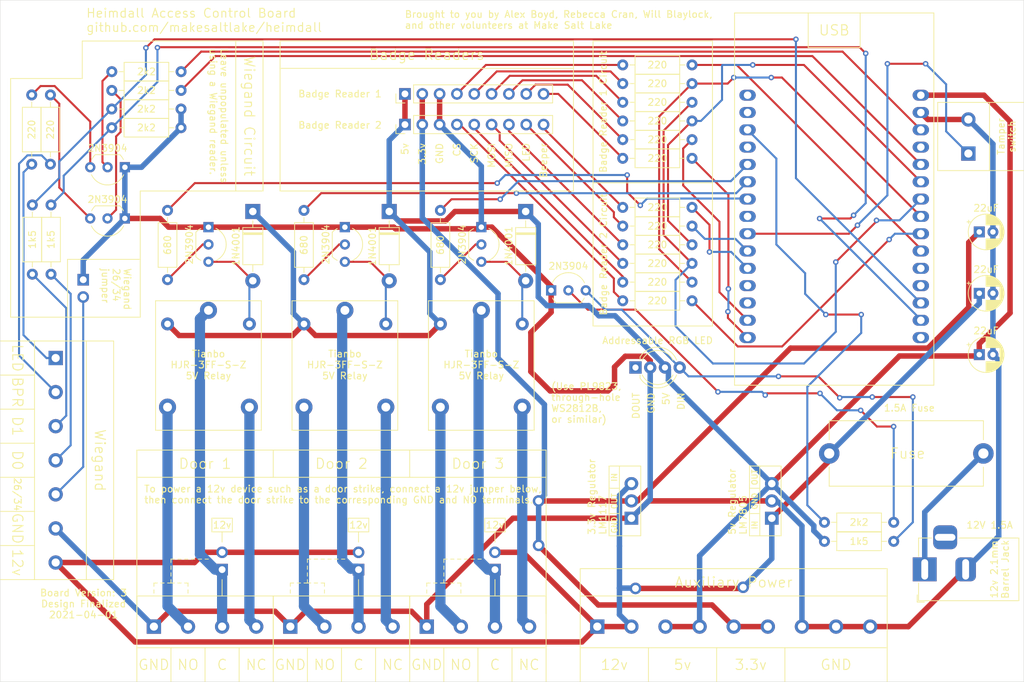
<source format=kicad_pcb>
(kicad_pcb (version 20171130) (host pcbnew "(5.1.9-0-10_14)")
  (layers (0 F.Cu signal) (31 B.Cu signal) (34 B.Paste user) (35 F.Paste user) (36 B.SilkS user) (37 F.SilkS user) (38 B.Mask user) (39 F.Mask user) (44 Edge.Cuts user))
  (net 0 "")
  (net 1 "Net-(D1-Pad2)")
  (net 2 +5V)
  (net 3 "Net-(D2-Pad2)")
  (net 4 "Net-(D3-Pad2)")
  (net 5 GND)
  (net 6 "Net-(Q1-Pad2)")
  (net 7 "Net-(Q2-Pad2)")
  (net 8 "Net-(Q3-Pad2)")
  (net 9 "Net-(Q4-Pad3)")
  (net 10 "Net-(Q4-Pad2)")
  (net 11 "Net-(Q5-Pad3)")
  (net 12 "Net-(Q5-Pad2)")
  (net 13 "Net-(J3-Pad9)")
  (net 14 "Net-(J3-Pad8)")
  (net 15 "Net-(J3-Pad7)")
  (net 16 "Net-(J3-Pad6)")
  (net 17 "Net-(J3-Pad5)")
  (net 18 "Net-(J3-Pad4)")
  (net 19 +3V3)
  (net 20 "Net-(J5-Pad9)")
  (net 21 "Net-(J5-Pad8)")
  (net 22 "Net-(J5-Pad7)")
  (net 23 "Net-(J5-Pad6)")
  (net 24 "Net-(J5-Pad5)")
  (net 25 "Net-(J5-Pad4)")
  (net 26 +12V)
  (net 27 "Net-(R1-Pad2)")
  (net 28 "Net-(R2-Pad1)")
  (net 29 "Net-(R10-Pad1)")
  (net 30 "Net-(R11-Pad1)")
  (net 31 "Net-(R12-Pad1)")
  (net 32 "Net-(R6-Pad2)")
  (net 33 "Net-(R7-Pad1)")
  (net 34 "Net-(R8-Pad1)")
  (net 35 "Net-(R9-Pad1)")
  (net 36 "Net-(R13-Pad1)")
  (net 37 "Net-(R14-Pad1)")
  (net 38 "Net-(R15-Pad2)")
  (net 39 "Net-(R16-Pad2)")
  (net 40 "Net-(J7-Pad3)")
  (net 41 "Net-(R17-Pad2)")
  (net 42 "Net-(J7-Pad4)")
  (net 43 "Net-(R18-Pad1)")
  (net 44 "Net-(J7-Pad1)")
  (net 45 "Net-(R20-Pad1)")
  (net 46 "Net-(J7-Pad2)")
  (net 47 "Net-(J1-Pad3)")
  (net 48 "Net-(U3-Pad28)")
  (net 49 "Net-(U3-Pad27)")
  (net 50 "Net-(U3-Pad23)")
  (net 51 "Net-(U3-Pad19)")
  (net 52 "Net-(U3-Pad17)")
  (net 53 "Net-(U3-Pad16)")
  (net 54 "Net-(U3-Pad12)")
  (net 55 "Net-(U3-Pad5)")
  (net 56 "Net-(U3-Pad4)")
  (net 57 "Net-(U3-Pad1)")
  (net 58 /RELAY1_NO)
  (net 59 /RELAY1_C)
  (net 60 /RELAY1_NC)
  (net 61 /12V_BEFORE_FUSE)
  (net 62 /RELAY2_NO)
  (net 63 /RELAY2_C)
  (net 64 /RELAY2_NC)
  (net 65 /RELAY3_NO)
  (net 66 /RELAY3_C)
  (net 67 /RELAY3_NC)
  (net 68 "Net-(J9-Pad1)")
  (net 69 "Net-(D4-Pad4)")
  (net 70 "Net-(D4-Pad1)")
  (net 71 "Net-(J7-Pad5)")
  (net 72 "Net-(Q6-Pad2)")
  (net 73 "Net-(R24-Pad1)")
  (module Javawizard_Common_Footprints:JW_R_Axial_DIN0207_L6.3mm_D2.5mm_P10.16mm_Horizontal_SIlkscreen_Value_Only (layer F.Cu) (at 145.796 101.6)
    (fp_text reference R24)
    (fp_text value 2k2 (at 5.08 0) (layer F.SilkS))
    (pad 1 thru_hole circle (at 0 0) (size 1.6 1.6) (drill 0.8) (layers *.Cu *.Mask) (net 73 "Net-(R24-Pad1)"))
    (pad 2 thru_hole oval (at 10.16 0) (size 1.6 1.6) (drill 0.8) (layers *.Cu *.Mask) (net 72 "Net-(Q6-Pad2)"))
  )
  (module Javawizard_Common_Footprints:JW_R_Axial_DIN0207_L6.3mm_D2.5mm_P10.16mm_Horizontal_SIlkscreen_Value_Only (layer F.Cu) (at 145.796 104.394)
    (fp_text reference R25)
    (fp_text value 1k5 (at 5.08 0) (layer F.SilkS))
    (pad 2 thru_hole oval (at 10.16 0) (size 1.6 1.6) (drill 0.8) (layers *.Cu *.Mask) (net 69 "Net-(D4-Pad4)"))
    (pad 1 thru_hole circle (at 0 0) (size 1.6 1.6) (drill 0.8) (layers *.Cu *.Mask) (net 2 +5V))
  )
  (module Package_TO_SOT_THT:TO-92_Inline_Wide (layer F.Cu) (at 105.73 67.57)
    (fp_text reference 2N3904 (at 2.54 -3.56) (layer F.SilkS))
    (fp_text value 2N3904)
    (pad 1 thru_hole rect (at 0 0) (size 1.5 1.5) (drill 0.8) (layers *.Cu *.Mask) (net 5 GND))
    (pad 3 thru_hole circle (at 5.08 0) (size 1.5 1.5) (drill 0.8) (layers *.Cu *.Mask) (net 69 "Net-(D4-Pad4)"))
    (pad 2 thru_hole circle (at 2.54 0) (size 1.5 1.5) (drill 0.8) (layers *.Cu *.Mask) (net 72 "Net-(Q6-Pad2)"))
  )
  (module Javawizard_Common_Footprints:PinHeader_JW_1x02_P2.54mm_Vertical_Without_Silkscreen (layer F.Cu) (at 37.14 66.01)
    (fp_text reference JP4 hide)
    (fp_text value Jumper)
    (pad 1 thru_hole rect (at 0 0) (size 1.7 1.7) (drill 1) (layers *.Cu *.Mask) (net 5 GND))
    (pad 2 thru_hole oval (at 0 2.54) (size 1.7 1.7) (drill 1) (layers *.Cu *.Mask) (net 71 "Net-(J7-Pad5)"))
  )
  (module Javawizard_Common_Footprints:JW_TO-92_Inline_Wide_Silkscreen_Part_Number_Only (layer F.Cu) (at 43.24 57.02 180)
    (fp_text reference 2N3904 (at 2.54 2.794) (layer F.SilkS))
    (fp_text value 2N3904 hide)
    (pad 2 thru_hole circle (at 2.54 0 180) (size 1.5 1.5) (drill 0.8) (layers *.Cu *.Mask) (net 12 "Net-(Q5-Pad2)"))
    (pad 3 thru_hole circle (at 5.08 0 180) (size 1.5 1.5) (drill 0.8) (layers *.Cu *.Mask) (net 11 "Net-(Q5-Pad3)"))
    (pad 1 thru_hole rect (at 0 0 180) (size 1.5 1.5) (drill 0.8) (layers *.Cu *.Mask) (net 5 GND))
  )
  (module Javawizard_Common_Footprints:JW_TO-92_Inline_Wide_Silkscreen_Part_Number_Only (layer F.Cu) (at 43.25 49.51 180)
    (fp_text reference 2N3904 (at 2.54 2.794) (layer F.SilkS))
    (fp_text value 2N3904 hide)
    (pad 2 thru_hole circle (at 2.54 0 180) (size 1.5 1.5) (drill 0.8) (layers *.Cu *.Mask) (net 10 "Net-(Q4-Pad2)"))
    (pad 3 thru_hole circle (at 5.08 0 180) (size 1.5 1.5) (drill 0.8) (layers *.Cu *.Mask) (net 9 "Net-(Q4-Pad3)"))
    (pad 1 thru_hole rect (at 0 0 180) (size 1.5 1.5) (drill 0.8) (layers *.Cu *.Mask) (net 5 GND))
  )
  (module Javawizard_Common_Footprints:JW_TO-92_Inline_Wide_Silkscreen_Part_Number_Only (layer F.Cu) (at 75.5 58.3 270)
    (fp_text reference 2N3904 (at 2.54 2.794 90) (layer F.SilkS))
    (fp_text value 2N3904 hide)
    (pad 2 thru_hole circle (at 2.54 0 270) (size 1.5 1.5) (drill 0.8) (layers *.Cu *.Mask) (net 7 "Net-(Q2-Pad2)"))
    (pad 3 thru_hole circle (at 5.08 0 270) (size 1.5 1.5) (drill 0.8) (layers *.Cu *.Mask) (net 3 "Net-(D2-Pad2)"))
    (pad 1 thru_hole rect (at 0 0 270) (size 1.5 1.5) (drill 0.8) (layers *.Cu *.Mask) (net 5 GND))
  )
  (module Javawizard_Common_Footprints:JW_TO-92_Inline_Wide_Silkscreen_Part_Number_Only (layer F.Cu) (at 55.5 58.3 270)
    (fp_text reference 2N3904 (at 2.54 2.794 90) (layer F.SilkS))
    (fp_text value 2N3904 hide)
    (pad 2 thru_hole circle (at 2.54 0 270) (size 1.5 1.5) (drill 0.8) (layers *.Cu *.Mask) (net 6 "Net-(Q1-Pad2)"))
    (pad 3 thru_hole circle (at 5.08 0 270) (size 1.5 1.5) (drill 0.8) (layers *.Cu *.Mask) (net 1 "Net-(D1-Pad2)"))
    (pad 1 thru_hole rect (at 0 0 270) (size 1.5 1.5) (drill 0.8) (layers *.Cu *.Mask) (net 5 GND))
  )
  (module Javawizard_Common_Footprints:JW_TO-92_Inline_Wide_Silkscreen_Part_Number_Only (layer F.Cu) (at 95.5 58.3 270)
    (fp_text reference 2N3904 (at 2.54 2.794 90) (layer F.SilkS))
    (fp_text value 2N3904 hide)
    (pad 2 thru_hole circle (at 2.54 0 270) (size 1.5 1.5) (drill 0.8) (layers *.Cu *.Mask) (net 8 "Net-(Q3-Pad2)"))
    (pad 3 thru_hole circle (at 5.08 0 270) (size 1.5 1.5) (drill 0.8) (layers *.Cu *.Mask) (net 4 "Net-(D3-Pad2)"))
    (pad 1 thru_hole rect (at 0 0 270) (size 1.5 1.5) (drill 0.8) (layers *.Cu *.Mask) (net 5 GND))
  )
  (module Javawizard_Common_Footprints:PinHeader_JW_1x09_P5.00mm_Vertical (layer F.Cu) (at 112.5 116.9 90)
    (fp_text reference J8)
    (fp_text value Screw_Terminal_01x09)
    (pad 9 thru_hole circle (at 0 40 90) (size 2.1 2.1) (drill 1.2) (layers *.Cu *.Mask) (net 5 GND))
    (pad 8 thru_hole circle (at 0 35 90) (size 2.1 2.1) (drill 1.2) (layers *.Cu *.Mask) (net 5 GND))
    (pad 7 thru_hole circle (at 0 30 90) (size 2.1 2.1) (drill 1.2) (layers *.Cu *.Mask) (net 5 GND))
    (pad 6 thru_hole circle (at 0 25 90) (size 2.1 2.1) (drill 1.2) (layers *.Cu *.Mask) (net 19 +3V3))
    (pad 5 thru_hole circle (at 0 20 90) (size 2.1 2.1) (drill 1.2) (layers *.Cu *.Mask) (net 19 +3V3))
    (pad 4 thru_hole circle (at 0 15 90) (size 2.1 2.1) (drill 1.2) (layers *.Cu *.Mask) (net 2 +5V))
    (pad 3 thru_hole circle (at 0 10 90) (size 2.1 2.1) (drill 1.2) (layers *.Cu *.Mask) (net 2 +5V))
    (pad 2 thru_hole circle (at 0 5 90) (size 2.1 2.1) (drill 1.2) (layers *.Cu *.Mask) (net 26 +12V))
    (pad 1 thru_hole rect (at 0 0 90) (size 2.1 2.1) (drill 1.2) (layers *.Cu *.Mask) (net 26 +12V))
  )
  (module Javawizard_Common_Footprints:PinHeader_JW_1x04_P5.00mm_Vertical (layer F.Cu) (at 47.5 116.9 90)
    (fp_text reference J2)
    (fp_text value Screw_Terminal_01x04)
    (pad 4 thru_hole circle (at 0 15 90) (size 2.1 2.1) (drill 1.2) (layers *.Cu *.Mask) (net 60 /RELAY1_NC))
    (pad 3 thru_hole circle (at 0 10 90) (size 2.1 2.1) (drill 1.2) (layers *.Cu *.Mask) (net 59 /RELAY1_C))
    (pad 2 thru_hole circle (at 0 5 90) (size 2.1 2.1) (drill 1.2) (layers *.Cu *.Mask) (net 58 /RELAY1_NO))
    (pad 1 thru_hole rect (at 0 0 90) (size 2.1 2.1) (drill 1.2) (layers *.Cu *.Mask) (net 5 GND))
  )
  (module Javawizard_Common_Footprints:PinHeader_JW_1x04_P5.00mm_Vertical (layer F.Cu) (at 67.5 116.9 90)
    (fp_text reference J4)
    (fp_text value Screw_Terminal_01x04)
    (pad 4 thru_hole circle (at 0 15 90) (size 2.1 2.1) (drill 1.2) (layers *.Cu *.Mask) (net 64 /RELAY2_NC))
    (pad 3 thru_hole circle (at 0 10 90) (size 2.1 2.1) (drill 1.2) (layers *.Cu *.Mask) (net 63 /RELAY2_C))
    (pad 2 thru_hole circle (at 0 5 90) (size 2.1 2.1) (drill 1.2) (layers *.Cu *.Mask) (net 62 /RELAY2_NO))
    (pad 1 thru_hole rect (at 0 0 90) (size 2.1 2.1) (drill 1.2) (layers *.Cu *.Mask) (net 5 GND))
  )
  (module Javawizard_Common_Footprints:PinHeader_JW_1x04_P5.00mm_Vertical (layer F.Cu) (at 87.5 116.9 90)
    (fp_text reference J6)
    (fp_text value Screw_Terminal_01x04)
    (pad 4 thru_hole circle (at 0 15 90) (size 2.1 2.1) (drill 1.2) (layers *.Cu *.Mask) (net 67 /RELAY3_NC))
    (pad 3 thru_hole circle (at 0 10 90) (size 2.1 2.1) (drill 1.2) (layers *.Cu *.Mask) (net 66 /RELAY3_C))
    (pad 2 thru_hole circle (at 0 5 90) (size 2.1 2.1) (drill 1.2) (layers *.Cu *.Mask) (net 65 /RELAY3_NO))
    (pad 1 thru_hole rect (at 0 0 90) (size 2.1 2.1) (drill 1.2) (layers *.Cu *.Mask) (net 5 GND))
  )
  (module Javawizard_Common_Footprints:JW_D_DO-41_SOD81_P10.16mm_Horizontal_Silkscreen_Part_Number_Only (layer F.Cu) (at 62 56 270)
    (fp_text reference D1)
    (fp_text value 1N4001 (at 5.08 2.47 270) (layer F.SilkS))
    (pad 2 thru_hole oval (at 10.16 0 270) (size 2.2 2.2) (drill 1.1) (layers *.Cu *.Mask) (net 1 "Net-(D1-Pad2)"))
    (pad 1 thru_hole rect (at 0 0 270) (size 2.2 2.2) (drill 1.1) (layers *.Cu *.Mask) (net 2 +5V))
  )
  (module Javawizard_Common_Footprints:JW_D_DO-41_SOD81_P10.16mm_Horizontal_Silkscreen_Part_Number_Only (layer F.Cu) (at 82 56 270)
    (fp_text reference D2)
    (fp_text value 1N4001 (at 5.08 2.47 270) (layer F.SilkS))
    (pad 2 thru_hole oval (at 10.16 0 270) (size 2.2 2.2) (drill 1.1) (layers *.Cu *.Mask) (net 3 "Net-(D2-Pad2)"))
    (pad 1 thru_hole rect (at 0 0 270) (size 2.2 2.2) (drill 1.1) (layers *.Cu *.Mask) (net 2 +5V))
  )
  (module Javawizard_Common_Footprints:JW_D_DO-41_SOD81_P10.16mm_Horizontal_Silkscreen_Part_Number_Only (layer F.Cu) (at 102 56 270)
    (fp_text reference D3)
    (fp_text value 1N4001 (at 5.08 2.47 270) (layer F.SilkS))
    (pad 2 thru_hole oval (at 10.16 0 270) (size 2.2 2.2) (drill 1.1) (layers *.Cu *.Mask) (net 4 "Net-(D3-Pad2)"))
    (pad 1 thru_hole rect (at 0 0 270) (size 2.2 2.2) (drill 1.1) (layers *.Cu *.Mask) (net 2 +5V))
  )
  (module Javawizard_Common_Footprints:PinHeader_JW_1x02_P2.54mm_Vertical_Without_Silkscreen (layer F.Cu) (at 57.5 108.54 180)
    (fp_text reference JP1)
    (fp_text value Jumper)
    (pad 1 thru_hole rect (at 0 0 180) (size 1.7 1.7) (drill 1) (layers *.Cu *.Mask) (net 59 /RELAY1_C))
    (pad 2 thru_hole oval (at 0 2.54 180) (size 1.7 1.7) (drill 1) (layers *.Cu *.Mask) (net 26 +12V))
  )
  (module Javawizard_Common_Footprints:PinHeader_JW_1x02_P2.54mm_Vertical_Without_Silkscreen (layer F.Cu) (at 77.5 108.54 180)
    (fp_text reference JP2)
    (fp_text value Jumper)
    (pad 1 thru_hole rect (at 0 0 180) (size 1.7 1.7) (drill 1) (layers *.Cu *.Mask) (net 63 /RELAY2_C))
    (pad 2 thru_hole oval (at 0 2.54 180) (size 1.7 1.7) (drill 1) (layers *.Cu *.Mask) (net 26 +12V))
  )
  (module Javawizard_Common_Footprints:PinHeader_JW_1x02_P2.54mm_Vertical_Without_Silkscreen (layer F.Cu) (at 97.5 108.54 180)
    (fp_text reference JP3)
    (fp_text value Jumper)
    (pad 1 thru_hole rect (at 0 0 180) (size 1.7 1.7) (drill 1) (layers *.Cu *.Mask) (net 66 /RELAY3_C))
    (pad 2 thru_hole oval (at 0 2.54 180) (size 1.7 1.7) (drill 1) (layers *.Cu *.Mask) (net 26 +12V))
  )
  (module Javawizard_Common_Footprints:JW_R_Axial_DIN0207_L6.3mm_D2.5mm_P10.16mm_Horizontal_SIlkscreen_Value_Only (layer F.Cu) (at 49.5 66 90)
    (fp_text reference R1)
    (fp_text value 680 (at 5.08 0 90) (layer F.SilkS))
    (pad 1 thru_hole circle (at 0 0 90) (size 1.6 1.6) (drill 0.8) (layers *.Cu *.Mask) (net 6 "Net-(Q1-Pad2)"))
    (pad 2 thru_hole oval (at 10.16 0 90) (size 1.6 1.6) (drill 0.8) (layers *.Cu *.Mask) (net 27 "Net-(R1-Pad2)"))
  )
  (module Javawizard_Common_Footprints:JW_R_Axial_DIN0207_L6.3mm_D2.5mm_P10.16mm_Horizontal_SIlkscreen_Value_Only (layer F.Cu) (at 126.39 34.5 180)
    (fp_text reference R2)
    (fp_text value 220 (at 5.08 0) (layer F.SilkS))
    (pad 1 thru_hole circle (at 0 0 180) (size 1.6 1.6) (drill 0.8) (layers *.Cu *.Mask) (net 28 "Net-(R2-Pad1)"))
    (pad 2 thru_hole oval (at 10.16 0 180) (size 1.6 1.6) (drill 0.8) (layers *.Cu *.Mask) (net 18 "Net-(J3-Pad4)"))
  )
  (module Javawizard_Common_Footprints:JW_R_Axial_DIN0207_L6.3mm_D2.5mm_P10.16mm_Horizontal_SIlkscreen_Value_Only (layer F.Cu) (at 126.39 37.24 180)
    (fp_text reference R3)
    (fp_text value 220 (at 5.08 0) (layer F.SilkS))
    (pad 1 thru_hole circle (at 0 0 180) (size 1.6 1.6) (drill 0.8) (layers *.Cu *.Mask) (net 29 "Net-(R10-Pad1)"))
    (pad 2 thru_hole oval (at 10.16 0 180) (size 1.6 1.6) (drill 0.8) (layers *.Cu *.Mask) (net 17 "Net-(J3-Pad5)"))
  )
  (module Javawizard_Common_Footprints:JW_R_Axial_DIN0207_L6.3mm_D2.5mm_P10.16mm_Horizontal_SIlkscreen_Value_Only (layer F.Cu) (at 126.39 39.98 180)
    (fp_text reference R4)
    (fp_text value 220 (at 5.08 0) (layer F.SilkS))
    (pad 1 thru_hole circle (at 0 0 180) (size 1.6 1.6) (drill 0.8) (layers *.Cu *.Mask) (net 30 "Net-(R11-Pad1)"))
    (pad 2 thru_hole oval (at 10.16 0 180) (size 1.6 1.6) (drill 0.8) (layers *.Cu *.Mask) (net 16 "Net-(J3-Pad6)"))
  )
  (module Javawizard_Common_Footprints:JW_R_Axial_DIN0207_L6.3mm_D2.5mm_P10.16mm_Horizontal_SIlkscreen_Value_Only (layer F.Cu) (at 126.39 42.72 180)
    (fp_text reference R5)
    (fp_text value 220 (at 5.08 0) (layer F.SilkS))
    (pad 1 thru_hole circle (at 0 0 180) (size 1.6 1.6) (drill 0.8) (layers *.Cu *.Mask) (net 31 "Net-(R12-Pad1)"))
    (pad 2 thru_hole oval (at 10.16 0 180) (size 1.6 1.6) (drill 0.8) (layers *.Cu *.Mask) (net 15 "Net-(J3-Pad7)"))
  )
  (module Javawizard_Common_Footprints:JW_R_Axial_DIN0207_L6.3mm_D2.5mm_P10.16mm_Horizontal_SIlkscreen_Value_Only (layer F.Cu) (at 69.5 66 90)
    (fp_text reference R6)
    (fp_text value 680 (at 5.08 0 90) (layer F.SilkS))
    (pad 1 thru_hole circle (at 0 0 90) (size 1.6 1.6) (drill 0.8) (layers *.Cu *.Mask) (net 7 "Net-(Q2-Pad2)"))
    (pad 2 thru_hole oval (at 10.16 0 90) (size 1.6 1.6) (drill 0.8) (layers *.Cu *.Mask) (net 32 "Net-(R6-Pad2)"))
  )
  (module Javawizard_Common_Footprints:JW_R_Axial_DIN0207_L6.3mm_D2.5mm_P10.16mm_Horizontal_SIlkscreen_Value_Only (layer F.Cu) (at 126.39 45.46 180)
    (fp_text reference R7)
    (fp_text value 220 (at 5.08 0) (layer F.SilkS))
    (pad 1 thru_hole circle (at 0 0 180) (size 1.6 1.6) (drill 0.8) (layers *.Cu *.Mask) (net 33 "Net-(R7-Pad1)"))
    (pad 2 thru_hole oval (at 10.16 0 180) (size 1.6 1.6) (drill 0.8) (layers *.Cu *.Mask) (net 14 "Net-(J3-Pad8)"))
  )
  (module Javawizard_Common_Footprints:JW_R_Axial_DIN0207_L6.3mm_D2.5mm_P10.16mm_Horizontal_SIlkscreen_Value_Only (layer F.Cu) (at 126.39 48.2 180)
    (fp_text reference R8)
    (fp_text value 220 (at 5.08 0) (layer F.SilkS))
    (pad 1 thru_hole circle (at 0 0 180) (size 1.6 1.6) (drill 0.8) (layers *.Cu *.Mask) (net 34 "Net-(R8-Pad1)"))
    (pad 2 thru_hole oval (at 10.16 0 180) (size 1.6 1.6) (drill 0.8) (layers *.Cu *.Mask) (net 13 "Net-(J3-Pad9)"))
  )
  (module Javawizard_Common_Footprints:JW_R_Axial_DIN0207_L6.3mm_D2.5mm_P10.16mm_Horizontal_SIlkscreen_Value_Only (layer F.Cu) (at 126.39 69.1 180)
    (fp_text reference R9)
    (fp_text value 220 (at 5.08 0) (layer F.SilkS))
    (pad 1 thru_hole circle (at 0 0 180) (size 1.6 1.6) (drill 0.8) (layers *.Cu *.Mask) (net 35 "Net-(R9-Pad1)"))
    (pad 2 thru_hole oval (at 10.16 0 180) (size 1.6 1.6) (drill 0.8) (layers *.Cu *.Mask) (net 25 "Net-(J5-Pad4)"))
  )
  (module Javawizard_Common_Footprints:JW_R_Axial_DIN0207_L6.3mm_D2.5mm_P10.16mm_Horizontal_SIlkscreen_Value_Only (layer F.Cu) (at 126.39 66.36 180)
    (fp_text reference R10)
    (fp_text value 220 (at 5.08 0) (layer F.SilkS))
    (pad 1 thru_hole circle (at 0 0 180) (size 1.6 1.6) (drill 0.8) (layers *.Cu *.Mask) (net 29 "Net-(R10-Pad1)"))
    (pad 2 thru_hole oval (at 10.16 0 180) (size 1.6 1.6) (drill 0.8) (layers *.Cu *.Mask) (net 24 "Net-(J5-Pad5)"))
  )
  (module Javawizard_Common_Footprints:JW_R_Axial_DIN0207_L6.3mm_D2.5mm_P10.16mm_Horizontal_SIlkscreen_Value_Only (layer F.Cu) (at 126.39 63.62 180)
    (fp_text reference R11)
    (fp_text value 220 (at 5.08 0) (layer F.SilkS))
    (pad 1 thru_hole circle (at 0 0 180) (size 1.6 1.6) (drill 0.8) (layers *.Cu *.Mask) (net 30 "Net-(R11-Pad1)"))
    (pad 2 thru_hole oval (at 10.16 0 180) (size 1.6 1.6) (drill 0.8) (layers *.Cu *.Mask) (net 23 "Net-(J5-Pad6)"))
  )
  (module Javawizard_Common_Footprints:JW_R_Axial_DIN0207_L6.3mm_D2.5mm_P10.16mm_Horizontal_SIlkscreen_Value_Only (layer F.Cu) (at 126.39 60.88 180)
    (fp_text reference R12)
    (fp_text value 220 (at 5.08 0) (layer F.SilkS))
    (pad 1 thru_hole circle (at 0 0 180) (size 1.6 1.6) (drill 0.8) (layers *.Cu *.Mask) (net 31 "Net-(R12-Pad1)"))
    (pad 2 thru_hole oval (at 10.16 0 180) (size 1.6 1.6) (drill 0.8) (layers *.Cu *.Mask) (net 22 "Net-(J5-Pad7)"))
  )
  (module Javawizard_Common_Footprints:JW_R_Axial_DIN0207_L6.3mm_D2.5mm_P10.16mm_Horizontal_SIlkscreen_Value_Only (layer F.Cu) (at 126.39 58.14 180)
    (fp_text reference R13)
    (fp_text value 220 (at 5.08 0) (layer F.SilkS))
    (pad 1 thru_hole circle (at 0 0 180) (size 1.6 1.6) (drill 0.8) (layers *.Cu *.Mask) (net 36 "Net-(R13-Pad1)"))
    (pad 2 thru_hole oval (at 10.16 0 180) (size 1.6 1.6) (drill 0.8) (layers *.Cu *.Mask) (net 21 "Net-(J5-Pad8)"))
  )
  (module Javawizard_Common_Footprints:JW_R_Axial_DIN0207_L6.3mm_D2.5mm_P10.16mm_Horizontal_SIlkscreen_Value_Only (layer F.Cu) (at 126.39 55.4 180)
    (fp_text reference R14)
    (fp_text value 220 (at 5.08 0) (layer F.SilkS))
    (pad 1 thru_hole circle (at 0 0 180) (size 1.6 1.6) (drill 0.8) (layers *.Cu *.Mask) (net 37 "Net-(R14-Pad1)"))
    (pad 2 thru_hole oval (at 10.16 0 180) (size 1.6 1.6) (drill 0.8) (layers *.Cu *.Mask) (net 20 "Net-(J5-Pad9)"))
  )
  (module Javawizard_Common_Footprints:JW_R_Axial_DIN0207_L6.3mm_D2.5mm_P10.16mm_Horizontal_SIlkscreen_Value_Only (layer F.Cu) (at 89.5 66 90)
    (fp_text reference R15)
    (fp_text value 680 (at 5.08 0 90) (layer F.SilkS))
    (pad 1 thru_hole circle (at 0 0 90) (size 1.6 1.6) (drill 0.8) (layers *.Cu *.Mask) (net 8 "Net-(Q3-Pad2)"))
    (pad 2 thru_hole oval (at 10.16 0 90) (size 1.6 1.6) (drill 0.8) (layers *.Cu *.Mask) (net 38 "Net-(R15-Pad2)"))
  )
  (module Javawizard_Common_Footprints:JW_R_Axial_DIN0207_L6.3mm_D2.5mm_P10.16mm_Horizontal_SIlkscreen_Value_Only (layer F.Cu) (at 29.68 65.2 90)
    (fp_text reference R16)
    (fp_text value 1k5 (at 5.08 0 90) (layer F.SilkS))
    (pad 1 thru_hole circle (at 0 0 90) (size 1.6 1.6) (drill 0.8) (layers *.Cu *.Mask) (net 40 "Net-(J7-Pad3)"))
    (pad 2 thru_hole oval (at 10.16 0 90) (size 1.6 1.6) (drill 0.8) (layers *.Cu *.Mask) (net 39 "Net-(R16-Pad2)"))
  )
  (module Javawizard_Common_Footprints:JW_R_Axial_DIN0207_L6.3mm_D2.5mm_P10.16mm_Horizontal_SIlkscreen_Value_Only (layer F.Cu) (at 32.42 65.2 90)
    (fp_text reference R17)
    (fp_text value 1k5 (at 5.08 0 90) (layer F.SilkS))
    (pad 1 thru_hole circle (at 0 0 90) (size 1.6 1.6) (drill 0.8) (layers *.Cu *.Mask) (net 42 "Net-(J7-Pad4)"))
    (pad 2 thru_hole oval (at 10.16 0 90) (size 1.6 1.6) (drill 0.8) (layers *.Cu *.Mask) (net 41 "Net-(R17-Pad2)"))
  )
  (module Javawizard_Common_Footprints:JW_R_Axial_DIN0207_L6.3mm_D2.5mm_P10.16mm_Horizontal_SIlkscreen_Value_Only (layer F.Cu) (at 51.49 35.49 180)
    (fp_text reference R18)
    (fp_text value 2k2 (at 5.08 0) (layer F.SilkS))
    (pad 1 thru_hole circle (at 0 0 180) (size 1.6 1.6) (drill 0.8) (layers *.Cu *.Mask) (net 43 "Net-(R18-Pad1)"))
    (pad 2 thru_hole oval (at 10.16 0 180) (size 1.6 1.6) (drill 0.8) (layers *.Cu *.Mask) (net 10 "Net-(Q4-Pad2)"))
  )
  (module Javawizard_Common_Footprints:JW_R_Axial_DIN0207_L6.3mm_D2.5mm_P10.16mm_Horizontal_SIlkscreen_Value_Only (layer F.Cu) (at 29.59 49.06 90)
    (fp_text reference R19)
    (fp_text value 220 (at 5.08 0 90) (layer F.SilkS))
    (pad 1 thru_hole circle (at 0 0 90) (size 1.6 1.6) (drill 0.8) (layers *.Cu *.Mask) (net 44 "Net-(J7-Pad1)"))
    (pad 2 thru_hole oval (at 10.16 0 90) (size 1.6 1.6) (drill 0.8) (layers *.Cu *.Mask) (net 9 "Net-(Q4-Pad3)"))
  )
  (module Javawizard_Common_Footprints:JW_R_Axial_DIN0207_L6.3mm_D2.5mm_P10.16mm_Horizontal_SIlkscreen_Value_Only (layer F.Cu) (at 51.49 38.24 180)
    (fp_text reference R20)
    (fp_text value 2k2 (at 5.08 0) (layer F.SilkS))
    (pad 2 thru_hole oval (at 10.16 0 180) (size 1.6 1.6) (drill 0.8) (layers *.Cu *.Mask) (net 12 "Net-(Q5-Pad2)"))
    (pad 1 thru_hole circle (at 0 0 180) (size 1.6 1.6) (drill 0.8) (layers *.Cu *.Mask) (net 45 "Net-(R20-Pad1)"))
  )
  (module Javawizard_Common_Footprints:JW_R_Axial_DIN0207_L6.3mm_D2.5mm_P10.16mm_Horizontal_SIlkscreen_Value_Only (layer F.Cu) (at 32.33 49.06 90)
    (fp_text reference R21)
    (fp_text value 220 (at 5.08 0 90) (layer F.SilkS))
    (pad 1 thru_hole circle (at 0 0 90) (size 1.6 1.6) (drill 0.8) (layers *.Cu *.Mask) (net 46 "Net-(J7-Pad2)"))
    (pad 2 thru_hole oval (at 10.16 0 90) (size 1.6 1.6) (drill 0.8) (layers *.Cu *.Mask) (net 11 "Net-(Q5-Pad3)"))
  )
  (module Javawizard_Common_Footprints:JW_R_Axial_DIN0207_L6.3mm_D2.5mm_P10.16mm_Horizontal_SIlkscreen_Value_Only (layer F.Cu) (at 41.32 40.97)
    (fp_text reference R22)
    (fp_text value 2k2 (at 5.08 0) (layer F.SilkS))
    (pad 1 thru_hole circle (at 0 0) (size 1.6 1.6) (drill 0.8) (layers *.Cu *.Mask) (net 39 "Net-(R16-Pad2)"))
    (pad 2 thru_hole oval (at 10.16 0) (size 1.6 1.6) (drill 0.8) (layers *.Cu *.Mask) (net 5 GND))
  )
  (module Javawizard_Common_Footprints:JW_R_Axial_DIN0207_L6.3mm_D2.5mm_P10.16mm_Horizontal_SIlkscreen_Value_Only (layer F.Cu) (at 41.32 43.71)
    (fp_text reference R23)
    (fp_text value 2k2 (at 5.08 0) (layer F.SilkS))
    (pad 1 thru_hole circle (at 0 0) (size 1.6 1.6) (drill 0.8) (layers *.Cu *.Mask) (net 41 "Net-(R17-Pad2)"))
    (pad 2 thru_hole oval (at 10.16 0) (size 1.6 1.6) (drill 0.8) (layers *.Cu *.Mask) (net 5 GND))
  )
  (module Javawizard_Common_Footprints:PinHeader_JW_1x02_P5.00mm_Vertical (layer F.Cu) (at 166.9 47.5 180)
    (fp_text reference J9)
    (fp_text value Screw_Terminal_01x02)
    (pad 2 thru_hole circle (at 0 5 180) (size 2.1 2.1) (drill 1.2) (layers *.Cu *.Mask) (net 5 GND))
    (pad 1 thru_hole rect (at 0 0 180) (size 2.1 2.1) (drill 1.2) (layers *.Cu *.Mask) (net 68 "Net-(J9-Pad1)"))
  )
  (module Javawizard_Common_Footprints:PinHeader_JW_1x07_P5.00mm_Vertical (layer F.Cu) (at 33.1 77.5)
    (fp_text reference J7)
    (fp_text value Screw_Terminal_01x06)
    (pad 7 thru_hole circle (at 0 30) (size 2.1 2.1) (drill 1.2) (layers *.Cu *.Mask) (net 26 +12V))
    (pad 6 thru_hole circle (at 0 25) (size 2.1 2.1) (drill 1.2) (layers *.Cu *.Mask) (net 5 GND))
    (pad 5 thru_hole circle (at 0 20) (size 2.1 2.1) (drill 1.2) (layers *.Cu *.Mask) (net 71 "Net-(J7-Pad5)"))
    (pad 4 thru_hole circle (at 0 15) (size 2.1 2.1) (drill 1.2) (layers *.Cu *.Mask) (net 42 "Net-(J7-Pad4)"))
    (pad 3 thru_hole circle (at 0 10) (size 2.1 2.1) (drill 1.2) (layers *.Cu *.Mask) (net 40 "Net-(J7-Pad3)"))
    (pad 2 thru_hole circle (at 0 5) (size 2.1 2.1) (drill 1.2) (layers *.Cu *.Mask) (net 46 "Net-(J7-Pad2)"))
    (pad 1 thru_hole rect (at 0 0) (size 2.1 2.1) (drill 1.2) (layers *.Cu *.Mask) (net 44 "Net-(J7-Pad1)"))
  )
  (module LED_THT:LED_D5.0mm-4_RGB_Wide_Pins (layer F.Cu) (at 118.1 78.89)
    (fp_text reference "Addressable RGB LED" (at 3.2385 -3.96) (layer F.SilkS))
    (fp_text value NeoPixel_THT)
    (pad 4 thru_hole circle (at 6.477 0) (size 1.8 1.8) (drill 0.9) (layers *.Cu *.Mask) (net 69 "Net-(D4-Pad4)"))
    (pad 3 thru_hole circle (at 4.318 0) (size 1.8 1.8) (drill 0.9) (layers *.Cu *.Mask) (net 2 +5V))
    (pad 2 thru_hole circle (at 2.159 0) (size 1.8 1.8) (drill 0.9) (layers *.Cu *.Mask) (net 5 GND))
    (pad 1 thru_hole rect (at 0 0) (size 1.8 1.8) (drill 0.9) (layers *.Cu *.Mask) (net 70 "Net-(D4-Pad1)"))
  )
  (module MountingHole:MountingHole_4.5mm (layer F.Cu) (at 108.5 76)
    (fp_text reference REF**)
    (fp_text value MountingHole_4.5mm)
    (pad 1 np_thru_hole circle (at 0 0) (size 4.5 4.5) (drill 4.5) (layers *.Cu *.Mask))
  )
  (module MountingHole:MountingHole_4.5mm (layer F.Cu) (at 30 120)
    (fp_text reference REF**)
    (fp_text value MountingHole_4.5mm)
    (pad 1 np_thru_hole circle (at 0 0) (size 4.5 4.5) (drill 4.5) (layers *.Cu *.Mask))
  )
  (module MountingHole:MountingHole_4.5mm (layer F.Cu) (at 170 120)
    (fp_text reference REF**)
    (fp_text value MountingHole_4.5mm)
    (pad 1 np_thru_hole circle (at 0 0) (size 4.5 4.5) (drill 4.5) (layers *.Cu *.Mask))
  )
  (module MountingHole:MountingHole_4.5mm (layer F.Cu) (at 170 30)
    (fp_text reference REF**)
    (fp_text value MountingHole_4.5mm)
    (pad 1 np_thru_hole circle (at 0 0) (size 4.5 4.5) (drill 4.5) (layers *.Cu *.Mask))
  )
  (module MountingHole:MountingHole_4.5mm (layer F.Cu) (at 30 30)
    (fp_text reference REF**)
    (fp_text value MountingHole_4.5mm)
    (pad 1 np_thru_hole circle (at 0 0) (size 4.5 4.5) (drill 4.5) (layers *.Cu *.Mask))
  )
  (module Javawizard_Common_Footprints:JW_ESP32_DevKit_30Pin (layer F.Cu) (at 147.23 74.5 180)
    (fp_text reference U3)
    (fp_text value ESP32_Dev_Board_30Pin)
    (fp_text user USB (at 0 45.085) (layer F.SilkS) (effects (font (size 1.5 1.5))))
    (pad 30 thru_hole oval (at 12.7 0 180) (size 2.4 1.6) (drill 1.1) (layers *.Cu *.Mask) (net 34 "Net-(R8-Pad1)"))
    (pad 29 thru_hole oval (at 12.7 2.54 180) (size 2.4 1.6) (drill 1.1) (layers *.Cu *.Mask) (net 33 "Net-(R7-Pad1)"))
    (pad 28 thru_hole oval (at 12.7 5.08 180) (size 2.4 1.6) (drill 1.1) (layers *.Cu *.Mask) (net 48 "Net-(U3-Pad28)"))
    (pad 27 thru_hole oval (at 12.7 7.62 180) (size 2.4 1.6) (drill 1.1) (layers *.Cu *.Mask) (net 49 "Net-(U3-Pad27)"))
    (pad 26 thru_hole oval (at 12.7 10.16 180) (size 2.4 1.6) (drill 1.1) (layers *.Cu *.Mask) (net 37 "Net-(R14-Pad1)"))
    (pad 25 thru_hole oval (at 12.7 12.7 180) (size 2.4 1.6) (drill 1.1) (layers *.Cu *.Mask) (net 36 "Net-(R13-Pad1)"))
    (pad 24 thru_hole oval (at 12.7 15.24 180) (size 2.4 1.6) (drill 1.1) (layers *.Cu *.Mask) (net 68 "Net-(J9-Pad1)"))
    (pad 23 thru_hole oval (at 12.7 17.78 180) (size 2.4 1.6) (drill 1.1) (layers *.Cu *.Mask) (net 50 "Net-(U3-Pad23)"))
    (pad 22 thru_hole oval (at 12.7 20.32 180) (size 2.4 1.6) (drill 1.1) (layers *.Cu *.Mask) (net 27 "Net-(R1-Pad2)"))
    (pad 21 thru_hole oval (at 12.7 22.86 180) (size 2.4 1.6) (drill 1.1) (layers *.Cu *.Mask) (net 32 "Net-(R6-Pad2)"))
    (pad 20 thru_hole oval (at 12.7 25.4 180) (size 2.4 1.6) (drill 1.1) (layers *.Cu *.Mask) (net 38 "Net-(R15-Pad2)"))
    (pad 19 thru_hole oval (at 12.7 27.94 180) (size 2.4 1.6) (drill 1.1) (layers *.Cu *.Mask) (net 51 "Net-(U3-Pad19)"))
    (pad 18 thru_hole oval (at 12.7 30.48 180) (size 2.4 1.6) (drill 1.1) (layers *.Cu *.Mask) (net 73 "Net-(R24-Pad1)"))
    (pad 17 thru_hole oval (at 12.7 33.02 180) (size 2.4 1.6) (drill 1.1) (layers *.Cu *.Mask) (net 52 "Net-(U3-Pad17)"))
    (pad 16 thru_hole oval (at 12.7 35.56 180) (size 2.4 1.6) (drill 1.1) (layers *.Cu *.Mask) (net 53 "Net-(U3-Pad16)"))
    (pad 15 thru_hole oval (at -12.7 35.56 180) (size 2.4 1.6) (drill 1.1) (layers *.Cu *.Mask) (net 2 +5V))
    (pad 14 thru_hole oval (at -12.7 33.02 180) (size 2.4 1.6) (drill 1.1) (layers *.Cu *.Mask) (net 5 GND))
    (pad 13 thru_hole oval (at -12.7 30.48 180) (size 2.4 1.6) (drill 1.1) (layers *.Cu *.Mask) (net 43 "Net-(R18-Pad1)"))
    (pad 12 thru_hole oval (at -12.7 27.94 180) (size 2.4 1.6) (drill 1.1) (layers *.Cu *.Mask) (net 54 "Net-(U3-Pad12)"))
    (pad 11 thru_hole oval (at -12.7 25.4 180) (size 2.4 1.6) (drill 1.1) (layers *.Cu *.Mask) (net 45 "Net-(R20-Pad1)"))
    (pad 10 thru_hole oval (at -12.7 22.86 180) (size 2.4 1.6) (drill 1.1) (layers *.Cu *.Mask) (net 31 "Net-(R12-Pad1)"))
    (pad 9 thru_hole oval (at -12.7 20.32 180) (size 2.4 1.6) (drill 1.1) (layers *.Cu *.Mask) (net 30 "Net-(R11-Pad1)"))
    (pad 8 thru_hole oval (at -12.7 17.78 180) (size 2.4 1.6) (drill 1.1) (layers *.Cu *.Mask) (net 29 "Net-(R10-Pad1)"))
    (pad 7 thru_hole oval (at -12.7 15.24 180) (size 2.4 1.6) (drill 1.1) (layers *.Cu *.Mask) (net 35 "Net-(R9-Pad1)"))
    (pad 6 thru_hole oval (at -12.7 12.7 180) (size 2.4 1.6) (drill 1.1) (layers *.Cu *.Mask) (net 28 "Net-(R2-Pad1)"))
    (pad 5 thru_hole oval (at -12.7 10.16 180) (size 2.4 1.6) (drill 1.1) (layers *.Cu *.Mask) (net 55 "Net-(U3-Pad5)"))
    (pad 4 thru_hole oval (at -12.7 7.62 180) (size 2.4 1.6) (drill 1.1) (layers *.Cu *.Mask) (net 56 "Net-(U3-Pad4)"))
    (pad 3 thru_hole oval (at -12.7 5.08 180) (size 2.4 1.6) (drill 1.1) (layers *.Cu *.Mask) (net 39 "Net-(R16-Pad2)"))
    (pad 2 thru_hole oval (at -12.7 2.54 180) (size 2.4 1.6) (drill 1.1) (layers *.Cu *.Mask) (net 41 "Net-(R17-Pad2)"))
    (pad 1 thru_hole oval (at -12.7 0 180) (size 2.4 1.6) (drill 1.1) (layers *.Cu *.Mask) (net 57 "Net-(U3-Pad1)"))
  )
  (module Javawizard_Common_Footprints:JW_Relay_Tianbo_HJR_3FF (layer F.Cu) (at 95.5 70.5)
    (fp_text reference K3)
    (fp_text value Relay_HJR-3FF-S-Z-5VDC)
    (pad 3 thru_hole circle (at 0 0) (size 2.5 2.5) (drill 1.3) (layers *.Cu *.Mask) (net 66 /RELAY3_C))
    (pad 5 thru_hole circle (at -6 14.2) (size 2.5 2.5) (drill 1.3) (layers *.Cu *.Mask) (net 65 /RELAY3_NO))
    (pad 4 thru_hole circle (at 6 14.2) (size 2.5 2.5) (drill 1.3) (layers *.Cu *.Mask) (net 67 /RELAY3_NC))
    (pad 1 thru_hole circle (at -6 2) (size 1.9 1.9) (drill 0.96) (layers *.Cu *.Mask) (net 2 +5V))
    (pad 2 thru_hole circle (at 6 2) (size 1.9 1.9) (drill 0.96) (layers *.Cu *.Mask) (net 4 "Net-(D3-Pad2)"))
  )
  (module Javawizard_Common_Footprints:JW_Relay_Tianbo_HJR_3FF (layer F.Cu) (at 75.5 70.5)
    (fp_text reference K2)
    (fp_text value Relay_HJR-3FF-S-Z-5VDC)
    (pad 3 thru_hole circle (at 0 0) (size 2.5 2.5) (drill 1.3) (layers *.Cu *.Mask) (net 63 /RELAY2_C))
    (pad 5 thru_hole circle (at -6 14.2) (size 2.5 2.5) (drill 1.3) (layers *.Cu *.Mask) (net 62 /RELAY2_NO))
    (pad 4 thru_hole circle (at 6 14.2) (size 2.5 2.5) (drill 1.3) (layers *.Cu *.Mask) (net 64 /RELAY2_NC))
    (pad 1 thru_hole circle (at -6 2) (size 1.9 1.9) (drill 0.96) (layers *.Cu *.Mask) (net 2 +5V))
    (pad 2 thru_hole circle (at 6 2) (size 1.9 1.9) (drill 0.96) (layers *.Cu *.Mask) (net 3 "Net-(D2-Pad2)"))
  )
  (module Javawizard_Common_Footprints:JW_Relay_Tianbo_HJR_3FF (layer F.Cu) (at 55.5 70.5)
    (fp_text reference K1)
    (fp_text value Relay_HJR-3FF-S-Z-5VDC)
    (pad 3 thru_hole circle (at 0 0) (size 2.5 2.5) (drill 1.3) (layers *.Cu *.Mask) (net 59 /RELAY1_C))
    (pad 5 thru_hole circle (at -6 14.2) (size 2.5 2.5) (drill 1.3) (layers *.Cu *.Mask) (net 58 /RELAY1_NO))
    (pad 4 thru_hole circle (at 6 14.2) (size 2.5 2.5) (drill 1.3) (layers *.Cu *.Mask) (net 60 /RELAY1_NC))
    (pad 1 thru_hole circle (at -6 2) (size 1.9 1.9) (drill 0.96) (layers *.Cu *.Mask) (net 2 +5V))
    (pad 2 thru_hole circle (at 6 2) (size 1.9 1.9) (drill 0.96) (layers *.Cu *.Mask) (net 1 "Net-(D1-Pad2)"))
  )
  (module Connector_BarrelJack:BarrelJack_Horizontal (layer F.Cu) (at 160.5 108.5 180)
    (fp_text reference J1)
    (fp_text value Barrel_Jack_Switch)
    (pad 3 thru_hole roundrect (at -3 4.7 180) (size 3.5 3.5) (drill oval 3 1) (layers *.Cu *.Mask) (net 47 "Net-(J1-Pad3)"))
    (pad 2 thru_hole roundrect (at -6 0 180) (size 3 3.5) (drill oval 1 3) (layers *.Cu *.Mask) (net 5 GND))
    (pad 1 thru_hole rect (at 0 0 180) (size 3.5 3.5) (drill oval 1 3) (layers *.Cu *.Mask) (net 61 /12V_BEFORE_FUSE))
  )
  (module Fuse:Fuseholder_Cylinder-5x20mm_Stelvio-Kontek_PTF78_Horizontal_Open (layer F.Cu) (at 146.5 91.5)
    (fp_text reference F1)
    (fp_text value Fuse)
    (pad 1 thru_hole circle (at 0 0) (size 3 3) (drill 1.5) (layers *.Cu *.Mask) (net 26 +12V))
    (pad 2 thru_hole circle (at 22.6 0) (size 3 3) (drill 1.5) (layers *.Cu *.Mask) (net 61 /12V_BEFORE_FUSE))
  )
  (module Capacitor_THT:CP_Radial_D5.0mm_P2.00mm (layer F.Cu) (at 168.5 77)
    (fp_text reference C3)
    (fp_text value 22uF)
    (pad 1 thru_hole rect (at 0 0) (size 1.6 1.6) (drill 0.8) (layers *.Cu *.Mask) (net 2 +5V))
    (pad 2 thru_hole circle (at 2 0) (size 1.6 1.6) (drill 0.8) (layers *.Cu *.Mask) (net 5 GND))
  )
  (module Capacitor_THT:CP_Radial_D5.0mm_P2.00mm (layer F.Cu) (at 168.5 68)
    (fp_text reference C2)
    (fp_text value 22uF)
    (pad 2 thru_hole circle (at 2 0) (size 1.6 1.6) (drill 0.8) (layers *.Cu *.Mask) (net 5 GND))
    (pad 1 thru_hole rect (at 0 0) (size 1.6 1.6) (drill 0.8) (layers *.Cu *.Mask) (net 26 +12V))
  )
  (module Capacitor_THT:CP_Radial_D5.0mm_P2.00mm (layer F.Cu) (at 168.5 59)
    (fp_text reference C1)
    (fp_text value 22uF)
    (pad 2 thru_hole circle (at 2 0) (size 1.6 1.6) (drill 0.8) (layers *.Cu *.Mask) (net 5 GND))
    (pad 1 thru_hole rect (at 0 0) (size 1.6 1.6) (drill 0.8) (layers *.Cu *.Mask) (net 19 +3V3))
  )
  (module Package_TO_SOT_THT:TO-220-3_Vertical (layer F.Cu) (at 138.08 101 90)
    (fp_text reference U2)
    (fp_text value L7805)
    (pad 1 thru_hole rect (at 0 0 90) (size 1.905 2) (drill 1.1) (layers *.Cu *.Mask) (net 26 +12V))
    (pad 2 thru_hole oval (at 2.54 0 90) (size 1.905 2) (drill 1.1) (layers *.Cu *.Mask) (net 5 GND))
    (pad 3 thru_hole oval (at 5.08 0 90) (size 1.905 2) (drill 1.1) (layers *.Cu *.Mask) (net 2 +5V))
  )
  (module Package_TO_SOT_THT:TO-220-3_Vertical (layer F.Cu) (at 117.5 101 90)
    (fp_text reference U1)
    (fp_text value LM1117-3.3)
    (pad 1 thru_hole rect (at 0 0 90) (size 1.905 2) (drill 1.1) (layers *.Cu *.Mask) (net 5 GND))
    (pad 2 thru_hole oval (at 2.54 0 90) (size 1.905 2) (drill 1.1) (layers *.Cu *.Mask) (net 19 +3V3))
    (pad 3 thru_hole oval (at 5.08 0 90) (size 1.905 2) (drill 1.1) (layers *.Cu *.Mask) (net 26 +12V))
  )
  (module Connector_PinHeader_2.54mm:PinHeader_1x09_P2.54mm_Vertical (layer F.Cu) (at 84.305 43.25 90)
    (fp_text reference J5)
    (fp_text value Conn_01x09)
    (pad 9 thru_hole oval (at 0 20.32 90) (size 1.7 1.7) (drill 1) (layers *.Cu *.Mask) (net 20 "Net-(J5-Pad9)"))
    (pad 8 thru_hole oval (at 0 17.78 90) (size 1.7 1.7) (drill 1) (layers *.Cu *.Mask) (net 21 "Net-(J5-Pad8)"))
    (pad 7 thru_hole oval (at 0 15.24 90) (size 1.7 1.7) (drill 1) (layers *.Cu *.Mask) (net 22 "Net-(J5-Pad7)"))
    (pad 6 thru_hole oval (at 0 12.7 90) (size 1.7 1.7) (drill 1) (layers *.Cu *.Mask) (net 23 "Net-(J5-Pad6)"))
    (pad 5 thru_hole oval (at 0 10.16 90) (size 1.7 1.7) (drill 1) (layers *.Cu *.Mask) (net 24 "Net-(J5-Pad5)"))
    (pad 4 thru_hole oval (at 0 7.62 90) (size 1.7 1.7) (drill 1) (layers *.Cu *.Mask) (net 25 "Net-(J5-Pad4)"))
    (pad 3 thru_hole oval (at 0 5.08 90) (size 1.7 1.7) (drill 1) (layers *.Cu *.Mask) (net 5 GND))
    (pad 2 thru_hole oval (at 0 2.54 90) (size 1.7 1.7) (drill 1) (layers *.Cu *.Mask) (net 19 +3V3))
    (pad 1 thru_hole rect (at 0 0 90) (size 1.7 1.7) (drill 1) (layers *.Cu *.Mask) (net 2 +5V))
  )
  (module Connector_PinHeader_2.54mm:PinHeader_1x09_P2.54mm_Vertical (layer F.Cu) (at 84.305 38.75 90)
    (fp_text reference J3)
    (fp_text value Conn_01x09)
    (pad 9 thru_hole oval (at 0 20.32 90) (size 1.7 1.7) (drill 1) (layers *.Cu *.Mask) (net 13 "Net-(J3-Pad9)"))
    (pad 8 thru_hole oval (at 0 17.78 90) (size 1.7 1.7) (drill 1) (layers *.Cu *.Mask) (net 14 "Net-(J3-Pad8)"))
    (pad 7 thru_hole oval (at 0 15.24 90) (size 1.7 1.7) (drill 1) (layers *.Cu *.Mask) (net 15 "Net-(J3-Pad7)"))
    (pad 6 thru_hole oval (at 0 12.7 90) (size 1.7 1.7) (drill 1) (layers *.Cu *.Mask) (net 16 "Net-(J3-Pad6)"))
    (pad 5 thru_hole oval (at 0 10.16 90) (size 1.7 1.7) (drill 1) (layers *.Cu *.Mask) (net 17 "Net-(J3-Pad5)"))
    (pad 4 thru_hole oval (at 0 7.62 90) (size 1.7 1.7) (drill 1) (layers *.Cu *.Mask) (net 18 "Net-(J3-Pad4)"))
    (pad 3 thru_hole oval (at 0 5.08 90) (size 1.7 1.7) (drill 1) (layers *.Cu *.Mask) (net 5 GND))
    (pad 2 thru_hole oval (at 0 2.54 90) (size 1.7 1.7) (drill 1) (layers *.Cu *.Mask) (net 19 +3V3))
    (pad 1 thru_hole rect (at 0 0 90) (size 1.7 1.7) (drill 1) (layers *.Cu *.Mask) (net 2 +5V))
  )
  (gr_text "(Use PL9823,\nthrough-hole\nWS2812B,\nor similar)" (at 105.664 84.074) (layer F.SilkS) (effects (font (size 1 1)) (justify left)))
  (gr_text DOUT (at 118.185 82.48 90) (layer F.SilkS) (effects (font (size 1 1)) (justify right)))
  (gr_text GND (at 120.385 82.48 90) (layer F.SilkS) (effects (font (size 1 1)) (justify right)))
  (gr_text 5V (at 122.585 82.48 90) (layer F.SilkS) (effects (font (size 1 1)) (justify right)))
  (gr_text DIN (at 124.785 82.48 90) (layer F.SilkS) (effects (font (size 1 1)) (justify right)))
  (gr_text "Brought to you by Alex Boyd, Rebecca Cran, Will Blaylock,\nand other volunteers at Make Salt Lake" (at 84.22 27.88) (layer F.SilkS) (effects (font (size 1 1)) (justify left)))
  (gr_line (start 34.84 63.03) (end 45.5 63.03) (layer F.SilkS) (width 0.12))
  (gr_line (start 34.84 71.5) (end 34.84 63.03) (layer F.SilkS) (width 0.12))
  (gr_text "Wiegand\n26/34\njumper" (at 41.99 64.24 -90) (layer F.SilkS) (effects (font (size 1 1)) (justify left)))
  (gr_text "1.5A Fuse" (at 154.44 84.83) (layer F.SilkS) (effects (font (size 1 1)) (justify left)))
  (gr_text "12V 1.5A" (at 166.54 102.01) (layer F.SilkS) (effects (font (size 1 1)) (justify left)))
  (gr_line (start 52.5 112) (end 52.5 111.5) (layer F.SilkS) (width 0.12))
  (gr_line (start 47.5 112) (end 47.5 111.5) (layer F.SilkS) (width 0.12))
  (gr_line (start 87.5 112) (end 87.5 111.5) (layer F.SilkS) (width 0.12))
  (gr_line (start 92.5 112) (end 92.5 111.5) (layer F.SilkS) (width 0.12))
  (gr_text 26/34 (at 27.5 97.5 -90) (layer F.SilkS) (effects (font (size 1 1))))
  (gr_line (start 30 100) (end 25 100) (layer F.SilkS) (width 0.12))
  (gr_text "Tamper\nswitch" (at 172.5 45 90) (layer F.SilkS) (effects (font (size 1 1))))
  (gr_line (start 170 40) (end 175 40) (layer F.SilkS) (width 0.12))
  (gr_line (start 170 50) (end 175 50) (layer F.SilkS) (width 0.12))
  (gr_text 22uF (at 169.5 73.5) (layer F.SilkS) (effects (font (size 1 1))))
  (gr_text 22uF (at 169.5 64.5) (layer F.SilkS) (effects (font (size 1 1))))
  (gr_text 22uF (at 169.5 55.5) (layer F.SilkS) (effects (font (size 1 1))))
  (gr_text "Board Version: 3\nDesign Finalized\n2021-04-01" (at 37.19 113.56) (layer F.SilkS) (effects (font (size 1 1))))
  (gr_text "Heimdall Access Control Board\ngithub.com/makesaltlake/heimdall" (at 37.5 27.95) (layer F.SilkS) (effects (font (size 1.3 1.3)) (justify left)))
  (gr_text OUT (at 135.58 95 90) (layer F.SilkS) (effects (font (size 0.8 0.8))))
  (gr_text GND (at 135.58 98.5 90) (layer F.SilkS) (effects (font (size 0.8 0.8))))
  (gr_text IN (at 135.58 102 90) (layer F.SilkS) (effects (font (size 0.8 0.8))))
  (gr_text IN (at 115 95 90) (layer F.SilkS) (effects (font (size 0.8 0.8))))
  (gr_text OUT (at 115 98.5 90) (layer F.SilkS) (effects (font (size 0.8 0.8))))
  (gr_text GND (at 115 102 90) (layer F.SilkS) (effects (font (size 0.8 0.8))))
  (gr_text "12v 2.1mm\nBarrel Jack" (at 171.5 108.5 90) (layer F.SilkS) (effects (font (size 1 1))))
  (gr_text "Tianbo\nHJR-3FF-S-Z\n5V Relay" (at 95.5 78.5) (layer F.SilkS) (effects (font (size 1 1))))
  (gr_text "Tianbo\nHJR-3FF-S-Z\n5V Relay" (at 75.5 78.5) (layer F.SilkS) (effects (font (size 1 1))))
  (gr_text "Tianbo\nHJR-3FF-S-Z\n5V Relay" (at 55.5 78.5) (layer F.SilkS) (effects (font (size 1 1))))
  (gr_text "5v Regulator\nLM7805" (at 133.08 103.5 90) (layer F.SilkS) (effects (font (size 1 1)) (justify left)))
  (gr_text "3.3v Regulator\nLM1117" (at 112.5 103.5 90) (layer F.SilkS) (effects (font (size 1 1)) (justify left)))
  (gr_text Fuse (at 158 91.5) (layer F.SilkS) (effects (font (size 1.5 1.5))))
  (gr_text "Badge Reader 1 Circuit" (at 113.37 41.38 90) (layer F.SilkS) (effects (font (size 1 1))))
  (gr_line (start 111.88 31) (end 129.38 31) (layer F.SilkS) (width 0.12))
  (gr_line (start 111.88 61.5) (end 111.88 31) (layer F.SilkS) (width 0.12))
  (gr_line (start 129.38 31) (end 129.38 61.5) (layer F.SilkS) (width 0.12))
  (gr_line (start 129.37 72.8) (end 111.88 72.8) (layer F.SilkS) (width 0.12))
  (gr_text "Badge Reader 2 Circuit" (at 113.41 62.31 90) (layer F.SilkS) (effects (font (size 1 1))))
  (gr_line (start 129.38 61.5) (end 129.38 72.8) (layer F.SilkS) (width 0.12))
  (gr_line (start 111.87 51.8) (end 129.37 51.8) (layer F.SilkS) (width 0.12))
  (gr_line (start 111.88 72.8) (end 111.88 61.5) (layer F.SilkS) (width 0.12))
  (gr_text "Badge Readers" (at 87.5 33) (layer F.SilkS) (effects (font (size 1.5 1.5))))
  (gr_line (start 66 31) (end 66 35) (layer F.SilkS) (width 0.12))
  (gr_line (start 109 31) (end 66 31) (layer F.SilkS) (width 0.12))
  (gr_line (start 109 35) (end 109 31) (layer F.SilkS) (width 0.12))
  (gr_line (start 66 53) (end 109 53) (layer F.SilkS) (width 0.12))
  (gr_line (start 66 35) (end 66 53) (layer F.SilkS) (width 0.12))
  (gr_line (start 109 35) (end 66 35) (layer F.SilkS) (width 0.12))
  (gr_line (start 109 53) (end 109 35) (layer F.SilkS) (width 0.12))
  (gr_line (start 59.5 31) (end 59.5 53) (layer F.SilkS) (width 0.12))
  (gr_text "Leave unpopulated unless\nusing a Wiegand reader." (at 57 32 270) (layer F.SilkS) (effects (font (size 1 1)) (justify left)))
  (gr_line (start 37 31) (end 63.5 31) (layer F.SilkS) (width 0.12))
  (gr_text "Wiegand Circuit" (at 61.5 42 270) (layer F.SilkS) (effects (font (size 1.5 1.5))))
  (gr_line (start 26.5 36.5) (end 26.5 71.5) (layer F.SilkS) (width 0.12))
  (gr_line (start 37 36.5) (end 26.5 36.5) (layer F.SilkS) (width 0.12))
  (gr_line (start 37 31) (end 37 36.5) (layer F.SilkS) (width 0.12))
  (gr_line (start 63.5 53) (end 63.5 31) (layer F.SilkS) (width 0.12))
  (gr_line (start 45.5 53) (end 63.5 53) (layer F.SilkS) (width 0.12))
  (gr_line (start 45.5 71.5) (end 45.5 53) (layer F.SilkS) (width 0.12))
  (gr_line (start 26.5 71.5) (end 45.5 71.5) (layer F.SilkS) (width 0.12))
  (gr_text Beeper (at 104.625 45.87 90) (layer F.SilkS) (effects (font (size 1 1)) (justify right)))
  (gr_text LED (at 102.085 45.87 90) (layer F.SilkS) (effects (font (size 1 1)) (justify right)))
  (gr_text MISO (at 99.545 45.87 90) (layer F.SilkS) (effects (font (size 1 1)) (justify right)))
  (gr_text MOSI (at 97.005 45.87 90) (layer F.SilkS) (effects (font (size 1 1)) (justify right)))
  (gr_text SCK (at 94.465 45.87 90) (layer F.SilkS) (effects (font (size 1 1)) (justify right)))
  (gr_text CS (at 91.925 45.87 90) (layer F.SilkS) (effects (font (size 1 1)) (justify right)))
  (gr_text 3.3v (at 86.845 45.87 90) (layer F.SilkS) (effects (font (size 1 1)) (justify right)))
  (gr_text GND (at 89.385 45.87 90) (layer F.SilkS) (effects (font (size 1 1)) (justify right)))
  (gr_text 5v (at 84.305 45.87 90) (layer F.SilkS) (effects (font (size 1 1)) (justify right)))
  (gr_text "Badge Reader 1" (at 74.78 38.75) (layer F.SilkS) (effects (font (size 1 1))))
  (gr_text "Badge Reader 2" (at 74.78 43.33) (layer F.SilkS) (effects (font (size 1 1))))
  (gr_text LED (at 27.5 77.5 270) (layer F.SilkS) (effects (font (size 1.5 1.5))))
  (gr_text BPR (at 27.5 82.5 -90) (layer F.SilkS) (effects (font (size 1.5 1.5))))
  (gr_text D1 (at 27.5 87.5 270) (layer F.SilkS) (effects (font (size 1.5 1.5))))
  (gr_text D0 (at 27.5 92.5 270) (layer F.SilkS) (effects (font (size 1.5 1.5))))
  (gr_text 12v (at 27.5 107.5 270) (layer F.SilkS) (effects (font (size 1.5 1.5))))
  (gr_text GND (at 27.5 102.5 270) (layer F.SilkS) (effects (font (size 1.5 1.5))))
  (gr_line (start 41.6 110) (end 37.6 110) (layer F.SilkS) (width 0.12))
  (gr_line (start 41.6 75) (end 41.6 110) (layer F.SilkS) (width 0.12))
  (gr_line (start 37.6 75) (end 41.6 75) (layer F.SilkS) (width 0.12))
  (gr_text Wiegand (at 39.6 92.5 270) (layer F.SilkS) (effects (font (size 1.5 1.5))))
  (gr_line (start 30 110) (end 25 110) (layer F.SilkS) (width 0.12))
  (gr_line (start 30 105) (end 25 105) (layer F.SilkS) (width 0.12))
  (gr_line (start 30 95) (end 25 95) (layer F.SilkS) (width 0.12))
  (gr_line (start 30 90) (end 25 90) (layer F.SilkS) (width 0.12))
  (gr_line (start 30 85) (end 25 85) (layer F.SilkS) (width 0.12))
  (gr_line (start 30 80) (end 25 80) (layer F.SilkS) (width 0.12))
  (gr_line (start 30 75) (end 25 75) (layer F.SilkS) (width 0.12))
  (gr_line (start 155 108.4) (end 155 112.4) (layer F.SilkS) (width 0.12))
  (gr_line (start 110 108.4) (end 155 108.4) (layer F.SilkS) (width 0.12))
  (gr_line (start 110 112.4) (end 110 108.4) (layer F.SilkS) (width 0.12))
  (gr_text "Auxiliary Power" (at 132.5 110.4) (layer F.SilkS) (effects (font (size 1.5 1.5))))
  (gr_text GND (at 147.5 122.5) (layer F.SilkS) (effects (font (size 1.5 1.5))))
  (gr_text 3.3v (at 135 122.5) (layer F.SilkS) (effects (font (size 1.5 1.5))))
  (gr_text 5v (at 125 122.5) (layer F.SilkS) (effects (font (size 1.5 1.5))))
  (gr_text 12v (at 115 122.5) (layer F.SilkS) (effects (font (size 1.5 1.5))))
  (gr_line (start 155 120) (end 155 125) (layer F.SilkS) (width 0.12))
  (gr_line (start 140 120) (end 140 125) (layer F.SilkS) (width 0.12))
  (gr_line (start 130 120) (end 130 125) (layer F.SilkS) (width 0.12))
  (gr_line (start 120 120) (end 120 125) (layer F.SilkS) (width 0.12))
  (gr_line (start 110 120) (end 110 125) (layer F.SilkS) (width 0.12))
  (gr_text "Door 3" (at 95 93) (layer F.SilkS) (effects (font (size 1.5 1.5))))
  (gr_text "Door 2" (at 75 93) (layer F.SilkS) (effects (font (size 1.5 1.5))))
  (gr_line (start 105 91) (end 45 91) (layer F.SilkS) (width 0.12))
  (gr_line (start 105 95) (end 105 91) (layer F.SilkS) (width 0.12))
  (gr_line (start 85 95) (end 85 91) (layer F.SilkS) (width 0.12))
  (gr_line (start 65 95) (end 65 91) (layer F.SilkS) (width 0.12))
  (gr_line (start 45 91) (end 45 95) (layer F.SilkS) (width 0.12))
  (gr_text "Door 1" (at 55 93) (layer F.SilkS) (effects (font (size 1.5 1.5))))
  (gr_line (start 105 95) (end 105 115) (layer F.SilkS) (width 0.12))
  (gr_line (start 45 95) (end 105 95) (layer F.SilkS) (width 0.12))
  (gr_line (start 45 115) (end 45 95) (layer F.SilkS) (width 0.12))
  (gr_text "To power a 12v device such as a door strike, connect a 12v jumper below,\nthen connect the door strike to the corresponding GND and NO terminals." (at 46 97.5) (layer F.SilkS) (effects (font (size 1 1)) (justify left)))
  (gr_line (start 97.5 103) (end 97.5 104.5) (layer F.SilkS) (width 0.12))
  (gr_line (start 99 103) (end 99 101) (layer F.SilkS) (width 0.12))
  (gr_line (start 97.5 103) (end 99 103) (layer F.SilkS) (width 0.12))
  (gr_line (start 96 103) (end 97.5 103) (layer F.SilkS) (width 0.12))
  (gr_line (start 99 101) (end 96 101) (layer F.SilkS) (width 0.12))
  (gr_line (start 96 101) (end 96 103) (layer F.SilkS) (width 0.12))
  (gr_text 12v (at 97.5 102) (layer F.SilkS) (effects (font (size 1 1))))
  (gr_line (start 77.5 103) (end 77.5 104.5) (layer F.SilkS) (width 0.12))
  (gr_line (start 79 103) (end 79 101) (layer F.SilkS) (width 0.12))
  (gr_line (start 77.5 103) (end 79 103) (layer F.SilkS) (width 0.12))
  (gr_line (start 76 103) (end 77.5 103) (layer F.SilkS) (width 0.12))
  (gr_line (start 79 101) (end 76 101) (layer F.SilkS) (width 0.12))
  (gr_line (start 76 101) (end 76 103) (layer F.SilkS) (width 0.12))
  (gr_text 12v (at 77.5 102) (layer F.SilkS) (effects (font (size 1 1))))
  (gr_line (start 92 107) (end 92.5 107) (layer F.SilkS) (width 0.12))
  (gr_line (start 87.5 111) (end 87.5 110.5) (layer F.SilkS) (width 0.12))
  (gr_line (start 87.5 110.5) (end 88 110.5) (layer F.SilkS) (width 0.12))
  (gr_line (start 94 107) (end 94.5 107) (layer F.SilkS) (width 0.12))
  (gr_line (start 91.5 110.5) (end 91 110.5) (layer F.SilkS) (width 0.12))
  (gr_line (start 92.5 110.5) (end 92 110.5) (layer F.SilkS) (width 0.12))
  (gr_line (start 89.5 110.5) (end 90.5 110.5) (layer F.SilkS) (width 0.12))
  (gr_line (start 90 109.5) (end 90 109) (layer F.SilkS) (width 0.12))
  (gr_line (start 90 110.5) (end 90 110) (layer F.SilkS) (width 0.12))
  (gr_line (start 90 107.5) (end 90 107) (layer F.SilkS) (width 0.12))
  (gr_line (start 90 107) (end 90.5 107) (layer F.SilkS) (width 0.12))
  (gr_line (start 95 107) (end 95.5 107) (layer F.SilkS) (width 0.12))
  (gr_line (start 88.5 110.5) (end 89 110.5) (layer F.SilkS) (width 0.12))
  (gr_line (start 93 107) (end 93.5 107) (layer F.SilkS) (width 0.12))
  (gr_line (start 90 108.5) (end 90 108) (layer F.SilkS) (width 0.12))
  (gr_line (start 91 107) (end 91.5 107) (layer F.SilkS) (width 0.12))
  (gr_line (start 92.5 111) (end 92.5 110.5) (layer F.SilkS) (width 0.12))
  (gr_line (start 72 107) (end 72.5 107) (layer F.SilkS) (width 0.12))
  (gr_line (start 67.5 111) (end 67.5 110.5) (layer F.SilkS) (width 0.12))
  (gr_line (start 67.5 112) (end 67.5 111.5) (layer F.SilkS) (width 0.12))
  (gr_line (start 67.5 110.5) (end 68 110.5) (layer F.SilkS) (width 0.12))
  (gr_line (start 74 107) (end 74.5 107) (layer F.SilkS) (width 0.12))
  (gr_line (start 71.5 110.5) (end 71 110.5) (layer F.SilkS) (width 0.12))
  (gr_line (start 72.5 110.5) (end 72 110.5) (layer F.SilkS) (width 0.12))
  (gr_line (start 69.5 110.5) (end 70.5 110.5) (layer F.SilkS) (width 0.12))
  (gr_line (start 70 109.5) (end 70 109) (layer F.SilkS) (width 0.12))
  (gr_line (start 70 110.5) (end 70 110) (layer F.SilkS) (width 0.12))
  (gr_line (start 70 107.5) (end 70 107) (layer F.SilkS) (width 0.12))
  (gr_line (start 70 107) (end 70.5 107) (layer F.SilkS) (width 0.12))
  (gr_line (start 75 107) (end 75.5 107) (layer F.SilkS) (width 0.12))
  (gr_line (start 68.5 110.5) (end 69 110.5) (layer F.SilkS) (width 0.12))
  (gr_line (start 73 107) (end 73.5 107) (layer F.SilkS) (width 0.12))
  (gr_line (start 70 108.5) (end 70 108) (layer F.SilkS) (width 0.12))
  (gr_line (start 71 107) (end 71.5 107) (layer F.SilkS) (width 0.12))
  (gr_line (start 72.5 111) (end 72.5 110.5) (layer F.SilkS) (width 0.12))
  (gr_line (start 72.5 112) (end 72.5 111.5) (layer F.SilkS) (width 0.12))
  (gr_line (start 55 107) (end 55.5 107) (layer F.SilkS) (width 0.12))
  (gr_line (start 54 107) (end 54.5 107) (layer F.SilkS) (width 0.12))
  (gr_line (start 53 107) (end 53.5 107) (layer F.SilkS) (width 0.12))
  (gr_line (start 52 107) (end 52.5 107) (layer F.SilkS) (width 0.12))
  (gr_line (start 51 107) (end 51.5 107) (layer F.SilkS) (width 0.12))
  (gr_line (start 50 107) (end 50.5 107) (layer F.SilkS) (width 0.12))
  (gr_line (start 50 107.5) (end 50 107) (layer F.SilkS) (width 0.12))
  (gr_line (start 50 108.5) (end 50 108) (layer F.SilkS) (width 0.12))
  (gr_line (start 50 109.5) (end 50 109) (layer F.SilkS) (width 0.12))
  (gr_line (start 50 110.5) (end 50 110) (layer F.SilkS) (width 0.12))
  (gr_line (start 49.5 110.5) (end 50.5 110.5) (layer F.SilkS) (width 0.12))
  (gr_line (start 48.5 110.5) (end 49 110.5) (layer F.SilkS) (width 0.12))
  (gr_line (start 47.5 110.5) (end 48 110.5) (layer F.SilkS) (width 0.12))
  (gr_line (start 51.5 110.5) (end 51 110.5) (layer F.SilkS) (width 0.12))
  (gr_line (start 52.5 110.5) (end 52 110.5) (layer F.SilkS) (width 0.12))
  (gr_line (start 52.5 111) (end 52.5 110.5) (layer F.SilkS) (width 0.12))
  (gr_line (start 47.5 111) (end 47.5 110.5) (layer F.SilkS) (width 0.12))
  (gr_line (start 57.5 103) (end 57.5 104.5) (layer F.SilkS) (width 0.12))
  (gr_line (start 56 103) (end 57.5 103) (layer F.SilkS) (width 0.12))
  (gr_line (start 56 101) (end 56 103) (layer F.SilkS) (width 0.12))
  (gr_line (start 59 101) (end 56 101) (layer F.SilkS) (width 0.12))
  (gr_line (start 59 103) (end 59 101) (layer F.SilkS) (width 0.12))
  (gr_line (start 57.5 103) (end 59 103) (layer F.SilkS) (width 0.12))
  (gr_text 12v (at 57.5 102) (layer F.SilkS) (effects (font (size 1 1))))
  (gr_line (start 97.5 110) (end 97.5 112.4) (layer F.SilkS) (width 0.12))
  (gr_line (start 77.5 110) (end 77.5 112.4) (layer F.SilkS) (width 0.12))
  (gr_line (start 57.5 110) (end 57.5 112.4) (layer F.SilkS) (width 0.12))
  (gr_text NC (at 102.5 122.5) (layer F.SilkS) (effects (font (size 1.5 1.5))))
  (gr_text GND (at 87.5 122.5) (layer F.SilkS) (effects (font (size 1.5 1.5))))
  (gr_text C (at 97.5 122.5) (layer F.SilkS) (effects (font (size 1.5 1.5))))
  (gr_text NO (at 92.5 122.5) (layer F.SilkS) (effects (font (size 1.5 1.5))))
  (gr_text NC (at 82.5 122.5) (layer F.SilkS) (effects (font (size 1.5 1.5))))
  (gr_text GND (at 67.5 122.5) (layer F.SilkS) (effects (font (size 1.5 1.5))))
  (gr_text C (at 77.5 122.5) (layer F.SilkS) (effects (font (size 1.5 1.5))))
  (gr_text NO (at 72.5 122.5) (layer F.SilkS) (effects (font (size 1.5 1.5))))
  (gr_text NC (at 62.5 122.5) (layer F.SilkS) (effects (font (size 1.5 1.5))))
  (gr_text C (at 57.5 122.5) (layer F.SilkS) (effects (font (size 1.5 1.5))))
  (gr_text NO (at 52.5 122.5) (layer F.SilkS) (effects (font (size 1.5 1.5))))
  (gr_text GND (at 47.5 122.5) (layer F.SilkS) (effects (font (size 1.5 1.5))))
  (gr_line (start 105 120) (end 105 125) (layer F.SilkS) (width 0.12))
  (gr_line (start 100 120) (end 100 125) (layer F.SilkS) (width 0.12))
  (gr_line (start 95 120) (end 95 125) (layer F.SilkS) (width 0.12))
  (gr_line (start 90 120) (end 90 125) (layer F.SilkS) (width 0.12))
  (gr_line (start 85 120) (end 85 125) (layer F.SilkS) (width 0.12))
  (gr_line (start 80 120) (end 80 125) (layer F.SilkS) (width 0.12))
  (gr_line (start 75 120) (end 75 125) (layer F.SilkS) (width 0.12))
  (gr_line (start 70 120) (end 70 125) (layer F.SilkS) (width 0.12))
  (gr_line (start 65 120) (end 65 125) (layer F.SilkS) (width 0.12))
  (gr_line (start 60 120) (end 60 125) (layer F.SilkS) (width 0.12))
  (gr_line (start 55 120) (end 55 125) (layer F.SilkS) (width 0.12))
  (gr_line (start 50 120) (end 50 125) (layer F.SilkS) (width 0.12))
  (gr_line (start 45 120) (end 45 125) (layer F.SilkS) (width 0.12))
  (gr_line (start 175 25) (end 25 25) (layer Edge.Cuts) (width 0.05))
  (gr_line (start 175 125) (end 175 25) (layer Edge.Cuts) (width 0.05))
  (gr_line (start 25 125) (end 175 125) (layer Edge.Cuts) (width 0.05))
  (gr_line (start 25 25) (end 25 125) (layer Edge.Cuts) (width 0.05))
  (segment (start 59.22 63.38) (end 62 66.16) (width 0.3) (layer F.Cu) (net 1))
  (segment (start 55.5 63.38) (end 59.22 63.38) (width 0.3) (layer F.Cu) (net 1))
  (segment (start 61.5 66.66) (end 62 66.16) (width 0.3) (layer B.Cu) (net 1))
  (segment (start 61.5 72.5) (end 61.5 66.66) (width 0.3) (layer B.Cu) (net 1))
  (segment (start 84.305 38.75) (end 84.305 43.25) (width 0.8) (layer F.Cu) (net 2))
  (segment (start 127.5 116.9) (end 122.5 116.9) (width 0.8) (layer F.Cu) (net 2))
  (segment (start 67.799999 74.200001) (end 69.5 72.5) (width 0.8) (layer F.Cu) (net 2))
  (segment (start 51.200001 74.200001) (end 67.799999 74.200001) (width 0.8) (layer F.Cu) (net 2))
  (segment (start 49.5 72.5) (end 51.200001 74.200001) (width 0.8) (layer F.Cu) (net 2))
  (segment (start 87.799999 74.200001) (end 89.5 72.5) (width 0.8) (layer F.Cu) (net 2))
  (segment (start 71.200001 74.200001) (end 87.799999 74.200001) (width 0.8) (layer F.Cu) (net 2))
  (segment (start 69.5 72.5) (end 71.200001 74.200001) (width 0.8) (layer F.Cu) (net 2))
  (segment (start 67.949999 61.949999) (end 62 56) (width 0.8) (layer B.Cu) (net 2))
  (segment (start 67.949999 70.949999) (end 67.949999 61.949999) (width 0.8) (layer B.Cu) (net 2))
  (segment (start 69.5 72.5) (end 67.949999 70.949999) (width 0.8) (layer B.Cu) (net 2))
  (segment (start 87.949999 61.949999) (end 82 56) (width 0.8) (layer B.Cu) (net 2))
  (segment (start 87.949999 70.949999) (end 87.949999 61.949999) (width 0.8) (layer B.Cu) (net 2))
  (segment (start 89.5 72.5) (end 87.949999 70.949999) (width 0.8) (layer B.Cu) (net 2))
  (segment (start 91.634002 56) (end 102 56) (width 0.8) (layer F.Cu) (net 2))
  (segment (start 90.244001 57.390001) (end 91.634002 56) (width 0.8) (layer F.Cu) (net 2))
  (segment (start 83.390001 57.390001) (end 90.244001 57.390001) (width 0.8) (layer F.Cu) (net 2))
  (segment (start 82 56) (end 83.390001 57.390001) (width 0.8) (layer F.Cu) (net 2))
  (segment (start 82 45.555) (end 84.305 43.25) (width 0.8) (layer B.Cu) (net 2))
  (segment (start 82 56) (end 82 45.555) (width 0.8) (layer B.Cu) (net 2))
  (segment (start 122.926999 80.766999) (end 138.08 95.92) (width 0.8) (layer B.Cu) (net 2))
  (segment (start 122.926999 79.216999) (end 122.926999 80.766999) (width 0.8) (layer B.Cu) (net 2))
  (segment (start 122.6 78.89) (end 122.926999 79.216999) (width 0.8) (layer B.Cu) (net 2))
  (segment (start 122.418 78.89) (end 122.6 78.89) (width 0.8) (layer B.Cu) (net 2))
  (segment (start 127.5 106.5) (end 138.08 95.92) (width 0.8) (layer B.Cu) (net 2))
  (segment (start 127.5 116.9) (end 127.5 106.5) (width 0.8) (layer B.Cu) (net 2))
  (segment (start 168.5 75.4) (end 173.01 70.89) (width 0.8) (layer F.Cu) (net 2))
  (segment (start 168.5 77) (end 168.5 75.4) (width 0.8) (layer F.Cu) (net 2))
  (segment (start 173.01 70.89) (end 173.01 42.77) (width 0.8) (layer F.Cu) (net 2))
  (segment (start 169.18 38.94) (end 159.93 38.94) (width 0.8) (layer F.Cu) (net 2))
  (segment (start 173.01 42.77) (end 169.18 38.94) (width 0.8) (layer F.Cu) (net 2))
  (segment (start 156.79998 77.20002) (end 138.08 95.92) (width 0.8) (layer F.Cu) (net 2))
  (segment (start 168.29998 77.20002) (end 156.79998 77.20002) (width 0.8) (layer F.Cu) (net 2))
  (segment (start 168.5 77) (end 168.29998 77.20002) (width 0.8) (layer F.Cu) (net 2))
  (segment (start 144.245999 102.085999) (end 138.08 95.92) (width 0.8) (layer B.Cu) (net 2))
  (segment (start 144.245999 102.843999) (end 144.245999 102.085999) (width 0.8) (layer B.Cu) (net 2))
  (segment (start 145.796 104.394) (end 144.245999 102.843999) (width 0.8) (layer B.Cu) (net 2))
  (segment (start 103.850001 57.850001) (end 102 56) (width 0.8) (layer B.Cu) (net 2))
  (segment (start 105.129998 69.82) (end 103.850001 68.540003) (width 0.8) (layer B.Cu) (net 2))
  (segment (start 111.25 69.82) (end 105.129998 69.82) (width 0.8) (layer B.Cu) (net 2))
  (segment (start 112.73001 71.30001) (end 111.25 69.82) (width 0.8) (layer B.Cu) (net 2))
  (segment (start 115.111013 71.300011) (end 112.73001 71.30001) (width 0.8) (layer B.Cu) (net 2))
  (segment (start 122.418 78.606998) (end 115.111013 71.300011) (width 0.8) (layer B.Cu) (net 2))
  (segment (start 103.850001 68.540003) (end 103.850001 57.850001) (width 0.8) (layer B.Cu) (net 2))
  (segment (start 122.418 78.89) (end 122.418 78.606998) (width 0.8) (layer B.Cu) (net 2))
  (segment (start 79.22 63.38) (end 82 66.16) (width 0.3) (layer F.Cu) (net 3))
  (segment (start 75.5 63.38) (end 79.22 63.38) (width 0.3) (layer F.Cu) (net 3))
  (segment (start 81.5 66.66) (end 82 66.16) (width 0.3) (layer B.Cu) (net 3))
  (segment (start 81.5 72.5) (end 81.5 66.66) (width 0.3) (layer B.Cu) (net 3))
  (segment (start 99.22 63.38) (end 102 66.16) (width 0.3) (layer F.Cu) (net 4))
  (segment (start 95.5 63.38) (end 99.22 63.38) (width 0.3) (layer F.Cu) (net 4))
  (segment (start 101.5 66.66) (end 102 66.16) (width 0.3) (layer B.Cu) (net 4))
  (segment (start 101.5 72.5) (end 101.5 66.66) (width 0.3) (layer B.Cu) (net 4))
  (segment (start 89.385 38.75) (end 89.385 43.25) (width 0.8) (layer F.Cu) (net 5))
  (segment (start 158.1 116.9) (end 152.5 116.9) (width 0.8) (layer F.Cu) (net 5))
  (segment (start 166.5 108.5) (end 158.1 116.9) (width 0.8) (layer F.Cu) (net 5))
  (segment (start 152.5 116.9) (end 147.5 116.9) (width 0.8) (layer F.Cu) (net 5))
  (segment (start 147.5 116.9) (end 142.5 116.9) (width 0.8) (layer F.Cu) (net 5))
  (segment (start 142.5 102.117498) (end 138.842502 98.46) (width 0.8) (layer B.Cu) (net 5))
  (segment (start 138.842502 98.46) (end 138.08 98.46) (width 0.8) (layer B.Cu) (net 5))
  (segment (start 142.5 116.9) (end 142.5 102.117498) (width 0.8) (layer B.Cu) (net 5))
  (segment (start 120.04 98.46) (end 117.5 101) (width 0.8) (layer F.Cu) (net 5))
  (segment (start 138.08 98.46) (end 120.04 98.46) (width 0.8) (layer F.Cu) (net 5))
  (segment (start 100.131998 101) (end 87.5 113.631998) (width 0.8) (layer F.Cu) (net 5))
  (segment (start 87.5 113.631998) (end 87.5 116.9) (width 0.8) (layer F.Cu) (net 5))
  (segment (start 117.5 101) (end 100.131998 101) (width 0.8) (layer F.Cu) (net 5))
  (segment (start 69.750001 114.649999) (end 67.5 116.9) (width 0.8) (layer F.Cu) (net 5))
  (segment (start 85.249999 114.649999) (end 69.750001 114.649999) (width 0.8) (layer F.Cu) (net 5))
  (segment (start 87.5 116.9) (end 85.249999 114.649999) (width 0.8) (layer F.Cu) (net 5))
  (segment (start 65.249999 114.649999) (end 49.750001 114.649999) (width 0.8) (layer F.Cu) (net 5))
  (segment (start 49.750001 114.649999) (end 47.5 116.9) (width 0.8) (layer F.Cu) (net 5))
  (segment (start 67.5 116.9) (end 65.249999 114.649999) (width 0.8) (layer F.Cu) (net 5))
  (segment (start 171.350001 77.850001) (end 170.5 77) (width 0.8) (layer B.Cu) (net 5))
  (segment (start 171.350001 103.649999) (end 171.350001 77.850001) (width 0.8) (layer B.Cu) (net 5))
  (segment (start 166.5 108.5) (end 171.350001 103.649999) (width 0.8) (layer B.Cu) (net 5))
  (segment (start 170.5 77) (end 170.5 68) (width 0.8) (layer B.Cu) (net 5))
  (segment (start 170.5 68) (end 170.5 59) (width 0.8) (layer B.Cu) (net 5))
  (segment (start 170.5 46.1) (end 166.9 42.5) (width 0.8) (layer B.Cu) (net 5))
  (segment (start 170.5 59) (end 170.5 46.1) (width 0.8) (layer B.Cu) (net 5))
  (segment (start 160.95 42.5) (end 159.93 41.48) (width 0.8) (layer F.Cu) (net 5))
  (segment (start 166.9 42.5) (end 160.95 42.5) (width 0.8) (layer F.Cu) (net 5))
  (segment (start 120.259 98.241) (end 117.5 101) (width 0.8) (layer B.Cu) (net 5))
  (segment (start 120.259 78.89) (end 120.259 98.241) (width 0.8) (layer B.Cu) (net 5))
  (segment (start 47.5 116.9) (end 33.1 102.5) (width 0.8) (layer B.Cu) (net 5))
  (segment (start 37.14 63.12) (end 43.24 57.02) (width 0.8) (layer B.Cu) (net 5))
  (segment (start 37.14 66.01) (end 37.14 63.12) (width 0.8) (layer B.Cu) (net 5))
  (segment (start 43.24 49.52) (end 43.25 49.51) (width 0.8) (layer B.Cu) (net 5))
  (segment (start 43.24 57.02) (end 43.24 49.52) (width 0.8) (layer B.Cu) (net 5))
  (segment (start 49.665998 58.3) (end 55.5 58.3) (width 0.8) (layer F.Cu) (net 5))
  (segment (start 48.385998 57.02) (end 49.665998 58.3) (width 0.8) (layer F.Cu) (net 5))
  (segment (start 43.24 57.02) (end 48.385998 57.02) (width 0.8) (layer F.Cu) (net 5))
  (segment (start 55.5 58.3) (end 75.5 58.3) (width 0.8) (layer F.Cu) (net 5))
  (segment (start 95.259989 58.540011) (end 95.5 58.3) (width 0.8) (layer F.Cu) (net 5))
  (segment (start 82.913652 58.540011) (end 95.259989 58.540011) (width 0.8) (layer F.Cu) (net 5))
  (segment (start 82.673641 58.3) (end 82.913652 58.540011) (width 0.8) (layer F.Cu) (net 5))
  (segment (start 75.5 58.3) (end 82.673641 58.3) (width 0.8) (layer F.Cu) (net 5))
  (segment (start 95.5 49.365) (end 89.385 43.25) (width 0.8) (layer B.Cu) (net 5))
  (segment (start 95.5 58.3) (end 95.5 49.365) (width 0.8) (layer B.Cu) (net 5))
  (segment (start 45.68 49.51) (end 51.48 43.71) (width 0.8) (layer B.Cu) (net 5))
  (segment (start 43.25 49.51) (end 45.68 49.51) (width 0.8) (layer B.Cu) (net 5))
  (segment (start 51.48 40.97) (end 51.48 43.71) (width 0.8) (layer B.Cu) (net 5))
  (segment (start 97.05 58.3) (end 105.73 66.98) (width 0.8) (layer F.Cu) (net 5))
  (segment (start 105.73 66.98) (end 105.73 67.57) (width 0.8) (layer F.Cu) (net 5))
  (segment (start 95.5 58.3) (end 97.05 58.3) (width 0.8) (layer F.Cu) (net 5))
  (segment (start 116.599999 77.239999) (end 115.03 78.809998) (width 0.8) (layer F.Cu) (net 5))
  (segment (start 120.259 77.898998) (end 119.600001 77.239999) (width 0.8) (layer F.Cu) (net 5))
  (segment (start 119.600001 77.239999) (end 116.599999 77.239999) (width 0.8) (layer F.Cu) (net 5))
  (segment (start 120.259 78.89) (end 120.259 77.898998) (width 0.8) (layer F.Cu) (net 5))
  (segment (start 115.03 78.809998) (end 115.03 81.37) (width 0.8) (layer F.Cu) (net 5))
  (segment (start 115.03 81.37) (end 114.08 82.32) (width 0.8) (layer F.Cu) (net 5))
  (segment (start 114.08 82.32) (end 105.59 82.32) (width 0.8) (layer F.Cu) (net 5))
  (segment (start 105.59 82.32) (end 102.76 79.49) (width 0.8) (layer F.Cu) (net 5))
  (segment (start 102.76 73.756002) (end 105.73 70.786002) (width 0.8) (layer F.Cu) (net 5))
  (segment (start 105.73 70.786002) (end 105.73 67.57) (width 0.8) (layer F.Cu) (net 5))
  (segment (start 102.76 79.49) (end 102.76 73.756002) (width 0.8) (layer F.Cu) (net 5))
  (segment (start 54.66 60.84) (end 55.5 60.84) (width 0.3) (layer F.Cu) (net 6))
  (segment (start 49.5 66) (end 54.66 60.84) (width 0.3) (layer F.Cu) (net 6))
  (segment (start 74.66 60.84) (end 75.5 60.84) (width 0.3) (layer F.Cu) (net 7))
  (segment (start 69.5 66) (end 74.66 60.84) (width 0.3) (layer F.Cu) (net 7))
  (segment (start 94.66 60.84) (end 95.5 60.84) (width 0.3) (layer F.Cu) (net 8))
  (segment (start 89.5 66) (end 94.66 60.84) (width 0.3) (layer F.Cu) (net 8))
  (segment (start 38.17 42.815998) (end 38.17 49.51) (width 0.3) (layer F.Cu) (net 9))
  (segment (start 32.954001 37.599999) (end 38.17 42.815998) (width 0.3) (layer F.Cu) (net 9))
  (segment (start 30.890001 37.599999) (end 32.954001 37.599999) (width 0.3) (layer F.Cu) (net 9))
  (segment (start 29.59 38.9) (end 30.890001 37.599999) (width 0.3) (layer F.Cu) (net 9))
  (segment (start 39.960001 36.859999) (end 41.33 35.49) (width 0.3) (layer F.Cu) (net 10))
  (segment (start 39.960001 48.760001) (end 39.960001 36.859999) (width 0.3) (layer F.Cu) (net 10))
  (segment (start 40.71 49.51) (end 39.960001 48.760001) (width 0.3) (layer F.Cu) (net 10))
  (segment (start 33.630001 52.490001) (end 38.16 57.02) (width 0.3) (layer F.Cu) (net 11))
  (segment (start 33.630001 40.200001) (end 33.630001 52.490001) (width 0.3) (layer F.Cu) (net 11))
  (segment (start 32.33 38.9) (end 33.630001 40.200001) (width 0.3) (layer F.Cu) (net 11))
  (segment (start 42.620001 39.530001) (end 41.33 38.24) (width 0.3) (layer F.Cu) (net 12))
  (segment (start 41.960001 44.994001) (end 42.620001 44.334001) (width 0.3) (layer F.Cu) (net 12))
  (segment (start 41.960001 55.759999) (end 41.960001 44.994001) (width 0.3) (layer F.Cu) (net 12))
  (segment (start 42.620001 44.334001) (end 42.620001 39.530001) (width 0.3) (layer F.Cu) (net 12))
  (segment (start 40.7 57.02) (end 41.960001 55.759999) (width 0.3) (layer F.Cu) (net 12))
  (segment (start 106.78 38.75) (end 116.23 48.2) (width 0.3) (layer F.Cu) (net 13))
  (segment (start 104.625 38.75) (end 106.78 38.75) (width 0.3) (layer F.Cu) (net 13))
  (segment (start 108.169999 37.399999) (end 116.23 45.46) (width 0.3) (layer F.Cu) (net 14))
  (segment (start 103.435001 37.399999) (end 108.169999 37.399999) (width 0.3) (layer F.Cu) (net 14))
  (segment (start 102.085 38.75) (end 103.435001 37.399999) (width 0.3) (layer F.Cu) (net 14))
  (segment (start 110.259989 36.749989) (end 116.23 42.72) (width 0.3) (layer F.Cu) (net 15))
  (segment (start 101.545011 36.749989) (end 110.259989 36.749989) (width 0.3) (layer F.Cu) (net 15))
  (segment (start 99.545 38.75) (end 101.545011 36.749989) (width 0.3) (layer F.Cu) (net 15))
  (segment (start 112.349979 36.099979) (end 116.23 39.98) (width 0.3) (layer F.Cu) (net 16))
  (segment (start 99.655021 36.099979) (end 112.349979 36.099979) (width 0.3) (layer F.Cu) (net 16))
  (segment (start 97.005 38.75) (end 99.655021 36.099979) (width 0.3) (layer F.Cu) (net 16))
  (segment (start 114.439969 35.449969) (end 116.23 37.24) (width 0.3) (layer F.Cu) (net 17))
  (segment (start 97.765031 35.449969) (end 114.439969 35.449969) (width 0.3) (layer F.Cu) (net 17))
  (segment (start 94.465 38.75) (end 97.765031 35.449969) (width 0.3) (layer F.Cu) (net 17))
  (segment (start 96.175 34.5) (end 116.23 34.5) (width 0.3) (layer F.Cu) (net 18))
  (segment (start 91.925 38.75) (end 96.175 34.5) (width 0.3) (layer F.Cu) (net 18))
  (segment (start 86.845 38.75) (end 86.845 43.25) (width 0.8) (layer F.Cu) (net 19))
  (segment (start 137.5 116.9) (end 132.5 116.9) (width 0.8) (layer F.Cu) (net 19))
  (segment (start 166.949999 60.550001) (end 168.5 59) (width 0.8) (layer F.Cu) (net 19))
  (segment (start 166.949999 70.072046) (end 166.949999 60.550001) (width 0.8) (layer F.Cu) (net 19))
  (segment (start 160.972035 76.05001) (end 166.949999 70.072046) (width 0.8) (layer F.Cu) (net 19))
  (segment (start 140.823632 76.05001) (end 160.972035 76.05001) (width 0.8) (layer F.Cu) (net 19))
  (segment (start 118.413642 98.46) (end 140.823632 76.05001) (width 0.8) (layer F.Cu) (net 19))
  (segment (start 117.5 98.46) (end 118.413642 98.46) (width 0.8) (layer F.Cu) (net 19))
  (segment (start 97.950001 68.050003) (end 86.845 56.945002) (width 0.8) (layer B.Cu) (net 19))
  (segment (start 86.845 56.945002) (end 86.845 43.25) (width 0.8) (layer B.Cu) (net 19))
  (segment (start 97.950001 77.523999) (end 97.950001 68.050003) (width 0.8) (layer B.Cu) (net 19))
  (segment (start 132.5 116.9) (end 129.33 113.73) (width 0.8) (layer F.Cu) (net 19))
  (via (at 103.9 104.98) (size 1.7) (drill 1) (layers F.Cu B.Cu) (net 19))
  (segment (start 112.65 113.73) (end 103.9 104.98) (width 0.8) (layer F.Cu) (net 19))
  (segment (start 129.33 113.73) (end 112.65 113.73) (width 0.8) (layer F.Cu) (net 19))
  (via (at 103.9 98.47) (size 1.7) (drill 1) (layers F.Cu B.Cu) (net 19))
  (segment (start 103.9 104.98) (end 103.9 98.47) (width 0.8) (layer B.Cu) (net 19))
  (segment (start 117.49 98.47) (end 117.5 98.46) (width 0.8) (layer F.Cu) (net 19))
  (segment (start 103.9 98.47) (end 117.49 98.47) (width 0.8) (layer F.Cu) (net 19))
  (segment (start 104.749999 84.323997) (end 97.950001 77.523999) (width 0.8) (layer B.Cu) (net 19))
  (segment (start 104.749999 97.620001) (end 104.749999 84.323997) (width 0.8) (layer B.Cu) (net 19))
  (segment (start 103.9 98.47) (end 104.749999 97.620001) (width 0.8) (layer B.Cu) (net 19))
  (segment (start 104.625 43.795) (end 104.625 43.25) (width 0.3) (layer F.Cu) (net 20))
  (segment (start 116.23 55.4) (end 104.625 43.795) (width 0.3) (layer F.Cu) (net 20))
  (segment (start 114.929999 56.839999) (end 114.929999 56.094999) (width 0.3) (layer F.Cu) (net 21))
  (segment (start 116.23 58.14) (end 114.929999 56.839999) (width 0.3) (layer F.Cu) (net 21))
  (segment (start 114.929999 56.094999) (end 102.085 43.25) (width 0.3) (layer F.Cu) (net 21))
  (segment (start 99.545 44.195) (end 99.545 43.25) (width 0.3) (layer F.Cu) (net 22))
  (segment (start 116.23 60.88) (end 99.545 44.195) (width 0.3) (layer F.Cu) (net 22))
  (segment (start 98.194999 44.439999) (end 97.005 43.25) (width 0.3) (layer F.Cu) (net 23))
  (segment (start 98.194999 45.584999) (end 98.194999 44.439999) (width 0.3) (layer F.Cu) (net 23))
  (segment (start 116.23 63.62) (end 98.194999 45.584999) (width 0.3) (layer F.Cu) (net 23))
  (segment (start 94.465 43.779002) (end 94.465 43.25) (width 0.3) (layer F.Cu) (net 24))
  (segment (start 116.23 66.36) (end 116.23 65.544002) (width 0.3) (layer F.Cu) (net 24))
  (segment (start 116.23 65.544002) (end 94.465 43.779002) (width 0.3) (layer F.Cu) (net 24))
  (segment (start 91.925 43.25) (end 92.350002 43.25) (width 0.3) (layer F.Cu) (net 25))
  (segment (start 114.929999 67.799999) (end 116.23 69.1) (width 0.3) (layer F.Cu) (net 25))
  (segment (start 114.929999 65.829997) (end 114.929999 67.799999) (width 0.3) (layer F.Cu) (net 25))
  (segment (start 92.350002 43.25) (end 114.929999 65.829997) (width 0.3) (layer F.Cu) (net 25))
  (segment (start 117.5 116.9) (end 112.5 116.9) (width 0.8) (layer F.Cu) (net 26))
  (segment (start 101.6 106) (end 97.5 106) (width 0.8) (layer F.Cu) (net 26))
  (segment (start 112.5 116.9) (end 101.6 106) (width 0.8) (layer F.Cu) (net 26))
  (segment (start 44.750001 119.150001) (end 33.1 107.5) (width 0.8) (layer F.Cu) (net 26))
  (segment (start 110.249999 119.150001) (end 44.750001 119.150001) (width 0.8) (layer F.Cu) (net 26))
  (segment (start 112.5 116.9) (end 110.249999 119.150001) (width 0.8) (layer F.Cu) (net 26))
  (segment (start 54.949998 106) (end 53.449998 107.5) (width 0.8) (layer F.Cu) (net 26))
  (segment (start 53.449998 107.5) (end 33.1 107.5) (width 0.8) (layer F.Cu) (net 26))
  (segment (start 57.5 106) (end 54.949998 106) (width 0.8) (layer F.Cu) (net 26))
  (segment (start 57.5 106) (end 77.5 106) (width 0.8) (layer F.Cu) (net 26))
  (segment (start 146.5 92.58) (end 138.08 101) (width 0.8) (layer F.Cu) (net 26))
  (segment (start 146.5 91.5) (end 146.5 92.58) (width 0.8) (layer F.Cu) (net 26))
  (segment (start 115.74999 115.14999) (end 117.5 116.9) (width 0.8) (layer B.Cu) (net 26))
  (segment (start 117.5 95.92) (end 115.74999 97.67001) (width 0.8) (layer B.Cu) (net 26))
  (segment (start 168.5 69.5) (end 168.5 68) (width 0.8) (layer B.Cu) (net 26))
  (segment (start 146.5 91.5) (end 168.5 69.5) (width 0.8) (layer B.Cu) (net 26))
  (segment (start 115.74999 97.67001) (end 115.74999 105.08001) (width 0.8) (layer B.Cu) (net 26))
  (via (at 118.1 111.3) (size 1.7) (drill 1) (layers F.Cu B.Cu) (net 26))
  (segment (start 115.74999 111.25001) (end 118.05001 111.25001) (width 0.8) (layer B.Cu) (net 26))
  (segment (start 118.05001 111.25001) (end 118.1 111.3) (width 0.8) (layer B.Cu) (net 26))
  (segment (start 115.74999 105.08001) (end 115.74999 111.25001) (width 0.8) (layer B.Cu) (net 26))
  (segment (start 115.74999 111.25001) (end 115.74999 115.14999) (width 0.8) (layer B.Cu) (net 26))
  (via (at 133.88 111.13) (size 1.7) (drill 1) (layers F.Cu B.Cu) (net 26))
  (segment (start 133.71 111.3) (end 133.88 111.13) (width 0.8) (layer F.Cu) (net 26))
  (segment (start 118.1 111.3) (end 133.71 111.3) (width 0.8) (layer F.Cu) (net 26))
  (segment (start 138.08 106.93) (end 138.08 101) (width 0.8) (layer B.Cu) (net 26))
  (segment (start 133.88 111.13) (end 138.08 106.93) (width 0.8) (layer B.Cu) (net 26))
  (via (at 97.83 51.84) (size 0.8) (drill 0.4) (layers F.Cu B.Cu) (net 27))
  (segment (start 53.5 51.84) (end 97.83 51.84) (width 0.3) (layer F.Cu) (net 27))
  (segment (start 49.5 55.84) (end 53.5 51.84) (width 0.3) (layer F.Cu) (net 27))
  (via (at 116.88 50.65) (size 0.8) (drill 0.4) (layers F.Cu B.Cu) (net 27))
  (segment (start 99.02 50.65) (end 116.88 50.65) (width 0.3) (layer B.Cu) (net 27))
  (segment (start 97.83 51.84) (end 99.02 50.65) (width 0.3) (layer B.Cu) (net 27))
  (via (at 118.81 55.1) (size 0.8) (drill 0.4) (layers F.Cu B.Cu) (net 27))
  (segment (start 116.88 53.17) (end 118.81 55.1) (width 0.3) (layer F.Cu) (net 27))
  (segment (start 116.88 50.65) (end 116.88 53.17) (width 0.3) (layer F.Cu) (net 27))
  (segment (start 134.449999 54.099999) (end 134.53 54.18) (width 0.3) (layer B.Cu) (net 27))
  (segment (start 119.810001 54.099999) (end 134.449999 54.099999) (width 0.3) (layer B.Cu) (net 27))
  (segment (start 118.81 55.1) (end 119.810001 54.099999) (width 0.3) (layer B.Cu) (net 27))
  (segment (start 159.93 61.498491) (end 159.93 61.8) (width 0.3) (layer F.Cu) (net 28))
  (segment (start 132.931509 34.5) (end 159.93 61.498491) (width 0.3) (layer F.Cu) (net 28))
  (segment (start 126.39 34.5) (end 132.931509 34.5) (width 0.3) (layer F.Cu) (net 28))
  (segment (start 131.61 37.24) (end 132.5 36.35) (width 0.3) (layer F.Cu) (net 29))
  (via (at 132.5 36.35) (size 0.8) (drill 0.4) (layers F.Cu B.Cu) (net 29))
  (segment (start 126.39 37.24) (end 131.61 37.24) (width 0.3) (layer F.Cu) (net 29))
  (via (at 138 36.35) (size 0.8) (drill 0.4) (layers F.Cu B.Cu) (net 29))
  (segment (start 132.5 36.35) (end 138 36.35) (width 0.3) (layer B.Cu) (net 29))
  (segment (start 139.56 36.35) (end 159.93 56.72) (width 0.3) (layer F.Cu) (net 29))
  (segment (start 138 36.35) (end 139.56 36.35) (width 0.3) (layer F.Cu) (net 29))
  (segment (start 126.39 37.24) (end 121.57 42.06) (width 0.3) (layer F.Cu) (net 29))
  (segment (start 121.57 61.54) (end 126.39 66.36) (width 0.3) (layer F.Cu) (net 29))
  (segment (start 121.57 42.06) (end 121.57 61.54) (width 0.3) (layer F.Cu) (net 29))
  (segment (start 126.39 39.98) (end 122.22001 44.14999) (width 0.3) (layer F.Cu) (net 30))
  (segment (start 122.22001 59.45001) (end 126.39 63.62) (width 0.3) (layer F.Cu) (net 30))
  (segment (start 122.22001 44.14999) (end 122.22001 59.45001) (width 0.3) (layer F.Cu) (net 30))
  (segment (start 126.39 63.62) (end 123.97 66.04) (width 0.3) (layer B.Cu) (net 30))
  (segment (start 123.97 66.04) (end 123.97 72.82) (width 0.3) (layer B.Cu) (net 30))
  (segment (start 123.97 72.82) (end 129.45 78.3) (width 0.3) (layer B.Cu) (net 30))
  (segment (start 129.45 78.3) (end 142.81 78.3) (width 0.3) (layer B.Cu) (net 30))
  (via (at 147.46 63.42) (size 0.8) (drill 0.4) (layers F.Cu B.Cu) (net 30))
  (segment (start 147.46 73.65) (end 147.46 63.42) (width 0.3) (layer B.Cu) (net 30))
  (segment (start 142.81 78.3) (end 147.46 73.65) (width 0.3) (layer B.Cu) (net 30))
  (via (at 153.43 57.3) (size 0.8) (drill 0.4) (layers F.Cu B.Cu) (net 30))
  (segment (start 153.43 57.45) (end 153.43 57.3) (width 0.3) (layer F.Cu) (net 30))
  (segment (start 147.46 63.42) (end 153.43 57.45) (width 0.3) (layer F.Cu) (net 30))
  (segment (start 156.81 57.3) (end 159.93 54.18) (width 0.3) (layer B.Cu) (net 30))
  (segment (start 153.43 57.3) (end 156.81 57.3) (width 0.3) (layer B.Cu) (net 30))
  (segment (start 126.39 42.72) (end 122.87002 46.23998) (width 0.3) (layer F.Cu) (net 31))
  (segment (start 122.87002 57.36002) (end 126.39 60.88) (width 0.3) (layer F.Cu) (net 31))
  (segment (start 122.87002 46.23998) (end 122.87002 57.36002) (width 0.3) (layer F.Cu) (net 31))
  (segment (start 126.39 42.72) (end 127.69 42.72) (width 0.3) (layer B.Cu) (net 31))
  (segment (start 127.69 42.72) (end 130.79 39.62) (width 0.3) (layer B.Cu) (net 31))
  (segment (start 130.79 39.62) (end 130.79 34.58) (width 0.3) (layer B.Cu) (net 31))
  (via (at 135.29 34.5) (size 0.8) (drill 0.4) (layers F.Cu B.Cu) (net 31))
  (segment (start 130.87 34.5) (end 135.29 34.5) (width 0.3) (layer B.Cu) (net 31))
  (segment (start 130.79 34.58) (end 130.87 34.5) (width 0.3) (layer B.Cu) (net 31))
  (segment (start 142.79 34.5) (end 159.93 51.64) (width 0.3) (layer F.Cu) (net 31))
  (segment (start 135.29 34.5) (end 142.79 34.5) (width 0.3) (layer F.Cu) (net 31))
  (via (at 100.64 53.32) (size 0.8) (drill 0.4) (layers F.Cu B.Cu) (net 32))
  (segment (start 100.629999 53.309999) (end 100.64 53.32) (width 0.3) (layer F.Cu) (net 32))
  (segment (start 72.030001 53.309999) (end 100.629999 53.309999) (width 0.3) (layer F.Cu) (net 32))
  (segment (start 69.5 55.84) (end 72.030001 53.309999) (width 0.3) (layer F.Cu) (net 32))
  (segment (start 132.85 53.32) (end 134.53 51.64) (width 0.3) (layer B.Cu) (net 32))
  (segment (start 100.64 53.32) (end 132.85 53.32) (width 0.3) (layer B.Cu) (net 32))
  (segment (start 125.089999 52.175997) (end 130.41 57.495998) (width 0.3) (layer F.Cu) (net 33))
  (segment (start 125.089999 46.760001) (end 125.089999 52.175997) (width 0.3) (layer F.Cu) (net 33))
  (segment (start 126.39 45.46) (end 125.089999 46.760001) (width 0.3) (layer F.Cu) (net 33))
  (segment (start 130.41 67.84) (end 134.53 71.96) (width 0.3) (layer F.Cu) (net 33))
  (segment (start 130.41 57.495998) (end 130.41 67.84) (width 0.3) (layer F.Cu) (net 33))
  (via (at 131.72 67.35) (size 0.8) (drill 0.4) (layers F.Cu B.Cu) (net 34))
  (segment (start 131.72 53.53) (end 131.72 67.35) (width 0.3) (layer F.Cu) (net 34))
  (segment (start 126.39 48.2) (end 131.72 53.53) (width 0.3) (layer F.Cu) (net 34))
  (via (at 131.65 70.69) (size 0.8) (drill 0.4) (layers F.Cu B.Cu) (net 34))
  (segment (start 131.72 70.62) (end 131.65 70.69) (width 0.3) (layer B.Cu) (net 34))
  (segment (start 131.72 67.35) (end 131.72 70.62) (width 0.3) (layer B.Cu) (net 34))
  (segment (start 131.65 71.62) (end 134.53 74.5) (width 0.3) (layer F.Cu) (net 34))
  (segment (start 131.65 70.69) (end 131.65 71.62) (width 0.3) (layer F.Cu) (net 34))
  (segment (start 139.59999 75.80001) (end 155.29 60.11) (width 0.3) (layer F.Cu) (net 35))
  (segment (start 133.09001 75.80001) (end 139.59999 75.80001) (width 0.3) (layer F.Cu) (net 35))
  (via (at 155.29 60.11) (size 0.8) (drill 0.4) (layers F.Cu B.Cu) (net 35))
  (segment (start 126.39 69.1) (end 133.09001 75.80001) (width 0.3) (layer F.Cu) (net 35))
  (segment (start 156.14 59.26) (end 159.93 59.26) (width 0.3) (layer B.Cu) (net 35))
  (segment (start 155.29 60.11) (end 156.14 59.26) (width 0.3) (layer B.Cu) (net 35))
  (segment (start 126.39 58.14) (end 128.27 60.02) (width 0.3) (layer B.Cu) (net 36))
  (segment (start 132.75 60.02) (end 134.53 61.8) (width 0.3) (layer B.Cu) (net 36))
  (segment (start 128.27 60.02) (end 132.75 60.02) (width 0.3) (layer B.Cu) (net 36))
  (via (at 128.95 61.93) (size 0.8) (drill 0.4) (layers F.Cu B.Cu) (net 37))
  (segment (start 128.95 57.96) (end 128.95 61.93) (width 0.3) (layer F.Cu) (net 37))
  (segment (start 126.39 55.4) (end 128.95 57.96) (width 0.3) (layer F.Cu) (net 37))
  (segment (start 132.12 61.93) (end 134.53 64.34) (width 0.3) (layer B.Cu) (net 37))
  (segment (start 128.95 61.93) (end 132.12 61.93) (width 0.3) (layer B.Cu) (net 37))
  (via (at 98.27 54.21) (size 0.8) (drill 0.4) (layers F.Cu B.Cu) (net 38))
  (segment (start 91.13 54.21) (end 98.27 54.21) (width 0.3) (layer F.Cu) (net 38))
  (segment (start 89.5 55.84) (end 91.13 54.21) (width 0.3) (layer F.Cu) (net 38))
  (segment (start 98.27 54.21) (end 100.93 51.55) (width 0.3) (layer B.Cu) (net 38))
  (segment (start 132.08 51.55) (end 134.53 49.1) (width 0.3) (layer B.Cu) (net 38))
  (segment (start 100.93 51.55) (end 132.08 51.55) (width 0.3) (layer B.Cu) (net 38))
  (segment (start 33.630001 48.659999) (end 41.32 40.97) (width 0.3) (layer B.Cu) (net 39))
  (segment (start 33.630001 51.089999) (end 33.630001 48.659999) (width 0.3) (layer B.Cu) (net 39))
  (segment (start 29.68 55.04) (end 33.630001 51.089999) (width 0.3) (layer B.Cu) (net 39))
  (via (at 46.33 32) (size 0.8) (drill 0.4) (layers F.Cu B.Cu) (net 39))
  (segment (start 46.33 35.96) (end 46.33 32) (width 0.3) (layer B.Cu) (net 39))
  (segment (start 41.32 40.97) (end 46.33 35.96) (width 0.3) (layer B.Cu) (net 39))
  (via (at 141.62 30.74) (size 0.8) (drill 0.4) (layers F.Cu B.Cu) (net 39))
  (segment (start 47.59 30.74) (end 141.62 30.74) (width 0.3) (layer F.Cu) (net 39))
  (segment (start 46.33 32) (end 47.59 30.74) (width 0.3) (layer F.Cu) (net 39))
  (segment (start 141.62 51.11) (end 159.93 69.42) (width 0.3) (layer B.Cu) (net 39))
  (segment (start 141.62 30.74) (end 141.62 51.11) (width 0.3) (layer B.Cu) (net 39))
  (segment (start 34.650001 70.170001) (end 29.68 65.2) (width 0.3) (layer B.Cu) (net 40))
  (segment (start 34.650001 85.949999) (end 34.650001 70.170001) (width 0.3) (layer B.Cu) (net 40))
  (segment (start 33.1 87.5) (end 34.650001 85.949999) (width 0.3) (layer B.Cu) (net 40))
  (segment (start 34.280011 50.749989) (end 41.32 43.71) (width 0.3) (layer B.Cu) (net 41))
  (segment (start 34.280011 53.179989) (end 34.280011 50.749989) (width 0.3) (layer B.Cu) (net 41))
  (segment (start 32.42 55.04) (end 34.280011 53.179989) (width 0.3) (layer B.Cu) (net 41))
  (via (at 48.02 31.96) (size 0.8) (drill 0.4) (layers F.Cu B.Cu) (net 41))
  (segment (start 48.02 37.01) (end 48.02 31.96) (width 0.3) (layer B.Cu) (net 41))
  (segment (start 41.32 43.71) (end 48.02 37.01) (width 0.3) (layer B.Cu) (net 41))
  (via (at 151.85 32.81) (size 0.8) (drill 0.4) (layers F.Cu B.Cu) (net 41))
  (segment (start 150.939979 31.899979) (end 151.85 32.81) (width 0.3) (layer F.Cu) (net 41))
  (segment (start 48.080021 31.899979) (end 150.939979 31.899979) (width 0.3) (layer F.Cu) (net 41))
  (segment (start 48.02 31.96) (end 48.080021 31.899979) (width 0.3) (layer F.Cu) (net 41))
  (via (at 150.07 56.56) (size 0.8) (drill 0.4) (layers F.Cu B.Cu) (net 41))
  (segment (start 151.85 54.78) (end 150.07 56.56) (width 0.3) (layer B.Cu) (net 41))
  (segment (start 151.85 32.81) (end 151.85 54.78) (width 0.3) (layer B.Cu) (net 41))
  (segment (start 149.6 57.03) (end 145.09 57.03) (width 0.3) (layer F.Cu) (net 41))
  (via (at 145.09 57.03) (size 0.8) (drill 0.4) (layers F.Cu B.Cu) (net 41))
  (segment (start 150.07 56.56) (end 149.6 57.03) (width 0.3) (layer F.Cu) (net 41))
  (segment (start 159.93 71.87) (end 159.93 71.96) (width 0.3) (layer B.Cu) (net 41))
  (segment (start 145.09 57.03) (end 159.93 71.87) (width 0.3) (layer B.Cu) (net 41))
  (segment (start 35.300011 68.080011) (end 32.42 65.2) (width 0.3) (layer B.Cu) (net 42))
  (segment (start 35.300011 90.299989) (end 35.300011 68.080011) (width 0.3) (layer B.Cu) (net 42))
  (segment (start 33.1 92.5) (end 35.300011 90.299989) (width 0.3) (layer B.Cu) (net 42))
  (segment (start 148.459989 32.549989) (end 159.93 44.02) (width 0.3) (layer F.Cu) (net 43))
  (segment (start 54.430011 32.549989) (end 148.459989 32.549989) (width 0.3) (layer F.Cu) (net 43))
  (segment (start 51.49 35.49) (end 54.430011 32.549989) (width 0.3) (layer F.Cu) (net 43))
  (segment (start 28.379999 50.270001) (end 29.59 49.06) (width 0.3) (layer B.Cu) (net 44))
  (segment (start 28.379999 74.129999) (end 28.379999 50.270001) (width 0.3) (layer B.Cu) (net 44))
  (segment (start 31.75 77.5) (end 28.379999 74.129999) (width 0.3) (layer B.Cu) (net 44))
  (segment (start 33.1 77.5) (end 31.75 77.5) (width 0.3) (layer B.Cu) (net 44))
  (segment (start 144.029999 33.199999) (end 159.93 49.1) (width 0.3) (layer F.Cu) (net 45))
  (segment (start 56.530001 33.199999) (end 144.029999 33.199999) (width 0.3) (layer F.Cu) (net 45))
  (segment (start 51.49 38.24) (end 56.530001 33.199999) (width 0.3) (layer F.Cu) (net 45))
  (segment (start 28.965999 47.759999) (end 31.029999 47.759999) (width 0.3) (layer B.Cu) (net 46))
  (segment (start 27.729989 48.996009) (end 28.965999 47.759999) (width 0.3) (layer B.Cu) (net 46))
  (segment (start 31.029999 47.759999) (end 32.33 49.06) (width 0.3) (layer B.Cu) (net 46))
  (segment (start 27.729989 77.129989) (end 27.729989 48.996009) (width 0.3) (layer B.Cu) (net 46))
  (segment (start 33.1 82.5) (end 27.729989 77.129989) (width 0.3) (layer B.Cu) (net 46))
  (segment (start 49.5 113.9) (end 52.5 116.9) (width 1.5) (layer B.Cu) (net 58))
  (segment (start 49.5 84.7) (end 49.5 113.9) (width 1.5) (layer B.Cu) (net 58))
  (segment (start 56.487998 108.54) (end 57.5 108.54) (width 1.5) (layer B.Cu) (net 59))
  (segment (start 54.250001 106.302003) (end 56.487998 108.54) (width 1.5) (layer B.Cu) (net 59))
  (segment (start 54.250001 71.749999) (end 54.250001 106.302003) (width 1.5) (layer B.Cu) (net 59))
  (segment (start 55.5 70.5) (end 54.250001 71.749999) (width 1.5) (layer B.Cu) (net 59))
  (segment (start 57.5 108.54) (end 57.5 116.9) (width 1.5) (layer B.Cu) (net 59))
  (segment (start 61.5 115.9) (end 62.5 116.9) (width 1.5) (layer B.Cu) (net 60))
  (segment (start 61.5 84.7) (end 61.5 115.9) (width 1.5) (layer B.Cu) (net 60))
  (segment (start 160.5 100.1) (end 160.5 108.5) (width 0.8) (layer B.Cu) (net 61))
  (segment (start 169.1 91.5) (end 160.5 100.1) (width 0.8) (layer B.Cu) (net 61))
  (segment (start 69.5 113.9) (end 72.5 116.9) (width 1.5) (layer B.Cu) (net 62))
  (segment (start 69.5 84.7) (end 69.5 113.9) (width 1.5) (layer B.Cu) (net 62))
  (segment (start 77.360001 108.400001) (end 77.5 108.54) (width 1.5) (layer B.Cu) (net 63))
  (segment (start 76.347999 108.400001) (end 77.360001 108.400001) (width 1.5) (layer B.Cu) (net 63))
  (segment (start 75.099999 107.152001) (end 76.347999 108.400001) (width 1.5) (layer B.Cu) (net 63))
  (segment (start 75.099999 70.900001) (end 75.099999 107.152001) (width 1.5) (layer B.Cu) (net 63))
  (segment (start 75.5 70.5) (end 75.099999 70.900001) (width 1.5) (layer B.Cu) (net 63))
  (segment (start 77.5 108.54) (end 77.5 116.9) (width 1.5) (layer B.Cu) (net 63))
  (segment (start 81.5 115.9) (end 82.5 116.9) (width 1.5) (layer B.Cu) (net 64))
  (segment (start 81.5 84.7) (end 81.5 115.9) (width 1.5) (layer B.Cu) (net 64))
  (segment (start 89.5 113.9) (end 92.5 116.9) (width 1.5) (layer B.Cu) (net 65))
  (segment (start 89.5 84.7) (end 89.5 113.9) (width 1.5) (layer B.Cu) (net 65))
  (segment (start 96.487998 108.54) (end 97.5 108.54) (width 1.5) (layer B.Cu) (net 66))
  (segment (start 95.099999 107.152001) (end 96.487998 108.54) (width 1.5) (layer B.Cu) (net 66))
  (segment (start 95.099999 70.900001) (end 95.099999 107.152001) (width 1.5) (layer B.Cu) (net 66))
  (segment (start 95.5 70.5) (end 95.099999 70.900001) (width 1.5) (layer B.Cu) (net 66))
  (segment (start 97.5 108.54) (end 97.5 116.9) (width 1.5) (layer B.Cu) (net 66))
  (segment (start 101.5 115.9) (end 102.5 116.9) (width 1.5) (layer B.Cu) (net 67))
  (segment (start 101.5 84.7) (end 101.5 115.9) (width 1.5) (layer B.Cu) (net 67))
  (segment (start 166.9 47.5) (end 163.64 44.24) (width 0.3) (layer B.Cu) (net 68))
  (via (at 160.63 34.33) (size 0.8) (drill 0.4) (layers F.Cu B.Cu) (net 68))
  (segment (start 163.64 37.34) (end 160.63 34.33) (width 0.3) (layer B.Cu) (net 68))
  (segment (start 163.64 44.24) (end 163.64 37.34) (width 0.3) (layer B.Cu) (net 68))
  (via (at 155.03 34.33) (size 0.8) (drill 0.4) (layers F.Cu B.Cu) (net 68))
  (segment (start 160.63 34.33) (end 155.03 34.33) (width 0.3) (layer F.Cu) (net 68))
  (via (at 150.64 58.02) (size 0.8) (drill 0.4) (layers F.Cu B.Cu) (net 68))
  (segment (start 155.03 53.63) (end 150.64 58.02) (width 0.3) (layer B.Cu) (net 68))
  (segment (start 155.03 34.33) (end 155.03 53.63) (width 0.3) (layer B.Cu) (net 68))
  (segment (start 149.4 59.26) (end 134.53 59.26) (width 0.3) (layer F.Cu) (net 68))
  (segment (start 150.64 58.02) (end 149.4 59.26) (width 0.3) (layer F.Cu) (net 68))
  (via (at 158.76 83.22) (size 0.8) (drill 0.4) (layers F.Cu B.Cu) (net 69))
  (segment (start 158.76 101.59) (end 158.76 83.22) (width 0.3) (layer B.Cu) (net 69))
  (segment (start 155.956 104.394) (end 158.76 101.59) (width 0.3) (layer B.Cu) (net 69))
  (via (at 152.81 83.22) (size 0.8) (drill 0.4) (layers F.Cu B.Cu) (net 69))
  (segment (start 158.76 83.22) (end 152.81 83.22) (width 0.3) (layer F.Cu) (net 69))
  (via (at 148.04 83.33) (size 0.8) (drill 0.4) (layers F.Cu B.Cu) (net 69))
  (segment (start 148.15 83.22) (end 148.04 83.33) (width 0.3) (layer B.Cu) (net 69))
  (segment (start 152.81 83.22) (end 148.15 83.22) (width 0.3) (layer B.Cu) (net 69))
  (via (at 139.06 80.19) (size 0.8) (drill 0.4) (layers F.Cu B.Cu) (net 69))
  (segment (start 144.9 80.19) (end 139.06 80.19) (width 0.3) (layer F.Cu) (net 69))
  (segment (start 148.04 83.33) (end 144.9 80.19) (width 0.3) (layer F.Cu) (net 69))
  (segment (start 125.877 80.19) (end 124.577 78.89) (width 0.3) (layer B.Cu) (net 69))
  (segment (start 139.06 80.19) (end 125.877 80.19) (width 0.3) (layer B.Cu) (net 69))
  (segment (start 113.640001 70.400001) (end 116.087001 70.400001) (width 0.3) (layer B.Cu) (net 69))
  (segment (start 116.087001 70.400001) (end 124.577 78.89) (width 0.3) (layer B.Cu) (net 69))
  (segment (start 110.81 67.57) (end 113.640001 70.400001) (width 0.3) (layer B.Cu) (net 69))
  (segment (start 37.14 93.46) (end 37.14 68.55) (width 0.3) (layer B.Cu) (net 71))
  (segment (start 33.1 97.5) (end 37.14 93.46) (width 0.3) (layer B.Cu) (net 71))
  (via (at 155.94 87.55) (size 0.8) (drill 0.4) (layers F.Cu B.Cu) (net 72))
  (segment (start 155.956 87.566) (end 155.94 87.55) (width 0.3) (layer B.Cu) (net 72))
  (segment (start 155.956 101.6) (end 155.956 87.566) (width 0.3) (layer B.Cu) (net 72))
  (via (at 130.19 82.46) (size 0.8) (drill 0.4) (layers F.Cu B.Cu) (net 72))
  (segment (start 111.100001 70.400001) (end 108.27 67.57) (width 0.3) (layer F.Cu) (net 72))
  (segment (start 118.130001 70.400001) (end 111.100001 70.400001) (width 0.3) (layer F.Cu) (net 72))
  (segment (start 130.19 82.46) (end 118.130001 70.400001) (width 0.3) (layer F.Cu) (net 72))
  (via (at 151.11 85.17) (size 0.8) (drill 0.4) (layers F.Cu B.Cu) (net 72))
  (segment (start 153.49 87.55) (end 151.11 85.17) (width 0.3) (layer F.Cu) (net 72))
  (segment (start 155.94 87.55) (end 153.49 87.55) (width 0.3) (layer F.Cu) (net 72))
  (via (at 145.15 82.68) (size 0.8) (drill 0.4) (layers F.Cu B.Cu) (net 72))
  (segment (start 147.64 85.17) (end 145.15 82.68) (width 0.3) (layer B.Cu) (net 72))
  (segment (start 151.11 85.17) (end 147.64 85.17) (width 0.3) (layer B.Cu) (net 72))
  (segment (start 137.38 82.68) (end 137.12 82.94) (width 0.3) (layer F.Cu) (net 72))
  (via (at 137.12 82.94) (size 0.8) (drill 0.4) (layers F.Cu B.Cu) (net 72))
  (segment (start 145.15 82.68) (end 137.38 82.68) (width 0.3) (layer F.Cu) (net 72))
  (segment (start 136.64 82.46) (end 130.19 82.46) (width 0.3) (layer B.Cu) (net 72))
  (segment (start 137.12 82.94) (end 136.64 82.46) (width 0.3) (layer B.Cu) (net 72))
  (segment (start 145.796 101.6) (end 143.29 99.094) (width 0.3) (layer B.Cu) (net 73))
  (segment (start 143.29 99.094) (end 143.29 81.72) (width 0.3) (layer B.Cu) (net 73))
  (via (at 151.19 71.12) (size 0.8) (drill 0.4) (layers F.Cu B.Cu) (net 73))
  (segment (start 151.19 73.82) (end 151.19 71.12) (width 0.3) (layer B.Cu) (net 73))
  (segment (start 143.29 81.72) (end 151.19 73.82) (width 0.3) (layer B.Cu) (net 73))
  (via (at 146 71.12) (size 0.8) (drill 0.4) (layers F.Cu B.Cu) (net 73))
  (segment (start 151.19 71.12) (end 146 71.12) (width 0.3) (layer F.Cu) (net 73))
  (segment (start 146 71.12) (end 142.97 68.09) (width 0.3) (layer B.Cu) (net 73))
  (segment (start 142.97 68.09) (end 142.97 65.06) (width 0.3) (layer B.Cu) (net 73))
  (segment (start 142.97 65.06) (end 138.75 60.84) (width 0.3) (layer B.Cu) (net 73))
  (segment (start 138.75 48.24) (end 134.53 44.02) (width 0.3) (layer B.Cu) (net 73))
  (segment (start 138.75 60.84) (end 138.75 48.24) (width 0.3) (layer B.Cu) (net 73))
)
</source>
